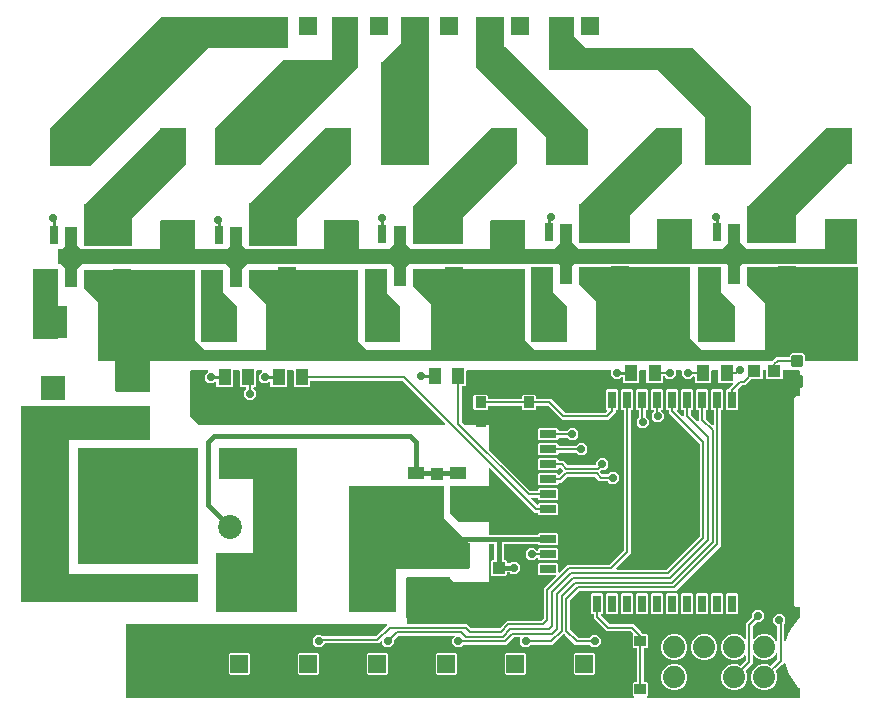
<source format=gbr>
G04 EAGLE Gerber RS-274X export*
G75*
%MOMM*%
%FSLAX34Y34*%
%LPD*%
%INTop Copper*%
%IPPOS*%
%AMOC8*
5,1,8,0,0,1.08239X$1,22.5*%
G01*
%ADD10R,0.700000X1.500000*%
%ADD11R,1.000000X5.200000*%
%ADD12R,2.200000X3.100000*%
%ADD13R,1.550000X2.350000*%
%ADD14R,1.800000X2.700000*%
%ADD15R,2.700000X2.550000*%
%ADD16R,1.524000X1.524000*%
%ADD17R,1.100000X1.400000*%
%ADD18R,2.025000X2.025000*%
%ADD19C,2.025000*%
%ADD20R,1.400000X3.000000*%
%ADD21R,2.350000X1.550000*%
%ADD22R,3.000000X1.400000*%
%ADD23R,1.400000X1.100000*%
%ADD24R,1.000000X1.100000*%
%ADD25R,2.794000X2.286000*%
%ADD26C,0.300000*%
%ADD27R,1.100000X1.000000*%
%ADD28R,1.000000X0.900000*%
%ADD29R,0.900000X1.000000*%
%ADD30C,1.879600*%
%ADD31R,2.032000X2.032000*%
%ADD32C,2.032000*%
%ADD33R,0.711200X1.422400*%
%ADD34R,1.422400X0.711200*%
%ADD35C,1.275000*%
%ADD36C,0.200000*%
%ADD37C,0.756400*%
%ADD38C,0.706400*%
%ADD39C,0.254000*%
%ADD40C,0.508000*%
%ADD41C,0.406400*%

G36*
X525034Y2774D02*
X525034Y2774D01*
X525106Y2776D01*
X525155Y2794D01*
X525206Y2802D01*
X525269Y2836D01*
X525337Y2861D01*
X525377Y2893D01*
X525423Y2918D01*
X525473Y2970D01*
X525529Y3014D01*
X525557Y3058D01*
X525593Y3096D01*
X525623Y3161D01*
X525662Y3221D01*
X525674Y3272D01*
X525696Y3319D01*
X525704Y3390D01*
X525722Y3460D01*
X525718Y3512D01*
X525723Y3563D01*
X525708Y3634D01*
X525703Y3705D01*
X525682Y3753D01*
X525671Y3804D01*
X525634Y3865D01*
X525606Y3931D01*
X525561Y3987D01*
X525545Y4015D01*
X525527Y4030D01*
X525501Y4062D01*
X524715Y4848D01*
X524715Y15112D01*
X525608Y16005D01*
X527478Y16005D01*
X527498Y16008D01*
X527517Y16006D01*
X527619Y16028D01*
X527721Y16044D01*
X527738Y16054D01*
X527758Y16058D01*
X527847Y16111D01*
X527938Y16160D01*
X527952Y16174D01*
X527969Y16184D01*
X528036Y16263D01*
X528108Y16338D01*
X528116Y16356D01*
X528129Y16371D01*
X528168Y16467D01*
X528211Y16561D01*
X528213Y16581D01*
X528221Y16599D01*
X528239Y16766D01*
X528239Y44194D01*
X528236Y44214D01*
X528238Y44233D01*
X528216Y44335D01*
X528200Y44437D01*
X528190Y44454D01*
X528186Y44474D01*
X528133Y44563D01*
X528084Y44654D01*
X528070Y44668D01*
X528060Y44685D01*
X527981Y44752D01*
X527906Y44824D01*
X527888Y44832D01*
X527873Y44845D01*
X527777Y44884D01*
X527683Y44927D01*
X527663Y44929D01*
X527645Y44937D01*
X527478Y44955D01*
X525608Y44955D01*
X524715Y45848D01*
X524715Y56112D01*
X525012Y56408D01*
X525023Y56424D01*
X525039Y56437D01*
X525095Y56524D01*
X525155Y56608D01*
X525161Y56627D01*
X525172Y56644D01*
X525197Y56744D01*
X525228Y56843D01*
X525227Y56863D01*
X525232Y56882D01*
X525224Y56985D01*
X525221Y57089D01*
X525214Y57108D01*
X525213Y57127D01*
X525172Y57222D01*
X525137Y57320D01*
X525124Y57335D01*
X525117Y57354D01*
X525012Y57485D01*
X523490Y59006D01*
X523416Y59059D01*
X523347Y59119D01*
X523317Y59131D01*
X523290Y59150D01*
X523203Y59177D01*
X523118Y59211D01*
X523078Y59215D01*
X523055Y59222D01*
X523023Y59221D01*
X522952Y59229D01*
X502947Y59229D01*
X491703Y70474D01*
X491703Y73312D01*
X491700Y73331D01*
X491702Y73351D01*
X491680Y73452D01*
X491663Y73554D01*
X491654Y73572D01*
X491649Y73591D01*
X491596Y73680D01*
X491548Y73772D01*
X491534Y73785D01*
X491523Y73802D01*
X491445Y73870D01*
X491370Y73941D01*
X491352Y73949D01*
X491336Y73962D01*
X491240Y74001D01*
X491147Y74045D01*
X491127Y74047D01*
X491108Y74054D01*
X490942Y74073D01*
X490516Y74073D01*
X489623Y74966D01*
X489623Y90453D01*
X490516Y91346D01*
X498891Y91346D01*
X499784Y90453D01*
X499784Y74966D01*
X498891Y74073D01*
X498465Y74073D01*
X498446Y74070D01*
X498426Y74072D01*
X498325Y74050D01*
X498223Y74033D01*
X498205Y74024D01*
X498186Y74020D01*
X498097Y73966D01*
X498005Y73918D01*
X497992Y73904D01*
X497975Y73893D01*
X497907Y73815D01*
X497836Y73740D01*
X497828Y73722D01*
X497815Y73706D01*
X497776Y73610D01*
X497732Y73517D01*
X497730Y73497D01*
X497723Y73478D01*
X497708Y73341D01*
X497707Y73339D01*
X497707Y73337D01*
X497704Y73312D01*
X497704Y73275D01*
X497719Y73185D01*
X497726Y73094D01*
X497739Y73064D01*
X497744Y73032D01*
X497787Y72951D01*
X497822Y72867D01*
X497848Y72835D01*
X497859Y72815D01*
X497882Y72792D01*
X497927Y72736D01*
X505210Y65454D01*
X505284Y65401D01*
X505353Y65341D01*
X505384Y65329D01*
X505410Y65310D01*
X505497Y65283D01*
X505582Y65249D01*
X505622Y65245D01*
X505645Y65238D01*
X505677Y65239D01*
X505748Y65231D01*
X525753Y65231D01*
X532260Y58724D01*
X533756Y57228D01*
X533830Y57175D01*
X533899Y57115D01*
X533929Y57103D01*
X533956Y57084D01*
X534043Y57057D01*
X534128Y57023D01*
X534168Y57019D01*
X534191Y57012D01*
X534223Y57013D01*
X534294Y57005D01*
X536872Y57005D01*
X537765Y56112D01*
X537765Y45848D01*
X536872Y44955D01*
X535002Y44955D01*
X534982Y44952D01*
X534963Y44954D01*
X534861Y44932D01*
X534759Y44916D01*
X534742Y44906D01*
X534722Y44902D01*
X534633Y44849D01*
X534542Y44800D01*
X534528Y44786D01*
X534511Y44776D01*
X534444Y44697D01*
X534372Y44622D01*
X534364Y44604D01*
X534351Y44589D01*
X534312Y44493D01*
X534269Y44399D01*
X534267Y44379D01*
X534259Y44361D01*
X534241Y44194D01*
X534241Y16766D01*
X534244Y16746D01*
X534242Y16727D01*
X534264Y16625D01*
X534280Y16523D01*
X534290Y16506D01*
X534294Y16486D01*
X534347Y16397D01*
X534396Y16306D01*
X534410Y16292D01*
X534420Y16275D01*
X534499Y16208D01*
X534574Y16136D01*
X534592Y16128D01*
X534607Y16115D01*
X534703Y16076D01*
X534797Y16033D01*
X534817Y16031D01*
X534835Y16023D01*
X535002Y16005D01*
X536872Y16005D01*
X537765Y15112D01*
X537765Y4848D01*
X536979Y4062D01*
X536937Y4004D01*
X536887Y3952D01*
X536865Y3905D01*
X536835Y3863D01*
X536814Y3794D01*
X536784Y3729D01*
X536778Y3677D01*
X536763Y3627D01*
X536765Y3556D01*
X536757Y3485D01*
X536768Y3434D01*
X536769Y3382D01*
X536794Y3314D01*
X536809Y3244D01*
X536836Y3199D01*
X536853Y3151D01*
X536898Y3095D01*
X536935Y3033D01*
X536975Y2999D01*
X537007Y2959D01*
X537067Y2920D01*
X537122Y2873D01*
X537170Y2854D01*
X537214Y2826D01*
X537284Y2808D01*
X537350Y2781D01*
X537421Y2773D01*
X537453Y2765D01*
X537476Y2767D01*
X537517Y2763D01*
X665480Y2763D01*
X665500Y2766D01*
X665519Y2764D01*
X665621Y2786D01*
X665723Y2802D01*
X665740Y2812D01*
X665760Y2816D01*
X665849Y2869D01*
X665940Y2918D01*
X665954Y2932D01*
X665971Y2942D01*
X666038Y3021D01*
X666110Y3096D01*
X666118Y3114D01*
X666131Y3129D01*
X666170Y3225D01*
X666213Y3319D01*
X666215Y3339D01*
X666223Y3357D01*
X666241Y3524D01*
X666241Y10558D01*
X666240Y10568D01*
X666241Y10579D01*
X666220Y10690D01*
X666202Y10801D01*
X666197Y10810D01*
X666195Y10820D01*
X666139Y10919D01*
X666086Y11018D01*
X666079Y11025D01*
X666073Y11035D01*
X665955Y11153D01*
X663635Y13003D01*
X656812Y23010D01*
X653976Y32203D01*
X653940Y32276D01*
X653912Y32352D01*
X653886Y32385D01*
X653867Y32423D01*
X653809Y32481D01*
X653758Y32544D01*
X653723Y32567D01*
X653693Y32597D01*
X653620Y32633D01*
X653552Y32677D01*
X653510Y32687D01*
X653472Y32706D01*
X653392Y32717D01*
X653313Y32737D01*
X653271Y32734D01*
X653229Y32740D01*
X653149Y32724D01*
X653068Y32718D01*
X653029Y32701D01*
X652987Y32693D01*
X652916Y32653D01*
X652841Y32622D01*
X652798Y32587D01*
X652773Y32573D01*
X652754Y32551D01*
X652710Y32517D01*
X651260Y31066D01*
X646233Y26039D01*
X646165Y25944D01*
X646095Y25850D01*
X646093Y25844D01*
X646089Y25839D01*
X646055Y25728D01*
X646018Y25616D01*
X646018Y25610D01*
X646017Y25604D01*
X646020Y25487D01*
X646021Y25370D01*
X646023Y25363D01*
X646023Y25358D01*
X646029Y25341D01*
X646067Y25209D01*
X647193Y22493D01*
X647193Y18147D01*
X645530Y14133D01*
X642457Y11060D01*
X638443Y9397D01*
X634097Y9397D01*
X630083Y11060D01*
X627010Y14133D01*
X625347Y18147D01*
X625347Y22493D01*
X627010Y26507D01*
X630083Y29580D01*
X634097Y31243D01*
X638443Y31243D01*
X641159Y30117D01*
X641273Y30091D01*
X641386Y30062D01*
X641393Y30063D01*
X641399Y30061D01*
X641515Y30072D01*
X641632Y30081D01*
X641637Y30084D01*
X641644Y30084D01*
X641751Y30132D01*
X641858Y30178D01*
X641864Y30182D01*
X641868Y30184D01*
X641882Y30197D01*
X641989Y30283D01*
X647016Y35310D01*
X647069Y35384D01*
X647129Y35453D01*
X647141Y35483D01*
X647160Y35510D01*
X647187Y35597D01*
X647221Y35682D01*
X647225Y35722D01*
X647232Y35745D01*
X647231Y35777D01*
X647239Y35848D01*
X647239Y39833D01*
X647224Y39929D01*
X647214Y40026D01*
X647204Y40050D01*
X647200Y40075D01*
X647154Y40161D01*
X647114Y40250D01*
X647097Y40270D01*
X647084Y40293D01*
X647014Y40360D01*
X646948Y40432D01*
X646925Y40444D01*
X646906Y40462D01*
X646818Y40503D01*
X646732Y40550D01*
X646707Y40555D01*
X646683Y40566D01*
X646586Y40577D01*
X646490Y40594D01*
X646464Y40590D01*
X646439Y40593D01*
X646344Y40572D01*
X646247Y40558D01*
X646224Y40546D01*
X646198Y40541D01*
X646115Y40491D01*
X646028Y40447D01*
X646009Y40428D01*
X645987Y40414D01*
X645924Y40340D01*
X645856Y40271D01*
X645840Y40242D01*
X645827Y40228D01*
X645815Y40197D01*
X645775Y40124D01*
X645530Y39533D01*
X642457Y36460D01*
X638443Y34797D01*
X634097Y34797D01*
X630083Y36460D01*
X627870Y38673D01*
X627812Y38715D01*
X627760Y38764D01*
X627713Y38786D01*
X627671Y38816D01*
X627602Y38837D01*
X627537Y38868D01*
X627485Y38873D01*
X627435Y38889D01*
X627364Y38887D01*
X627293Y38895D01*
X627242Y38884D01*
X627190Y38882D01*
X627122Y38858D01*
X627052Y38842D01*
X627007Y38816D01*
X626959Y38798D01*
X626903Y38753D01*
X626841Y38716D01*
X626807Y38677D01*
X626767Y38644D01*
X626728Y38584D01*
X626681Y38529D01*
X626662Y38481D01*
X626634Y38437D01*
X626616Y38368D01*
X626589Y38301D01*
X626581Y38230D01*
X626573Y38199D01*
X626575Y38175D01*
X626571Y38134D01*
X626571Y31777D01*
X620833Y26039D01*
X620765Y25945D01*
X620695Y25850D01*
X620693Y25844D01*
X620689Y25839D01*
X620655Y25728D01*
X620618Y25616D01*
X620618Y25610D01*
X620617Y25604D01*
X620620Y25487D01*
X620621Y25370D01*
X620623Y25363D01*
X620623Y25358D01*
X620629Y25341D01*
X620667Y25209D01*
X621793Y22493D01*
X621793Y18147D01*
X620130Y14133D01*
X617057Y11060D01*
X613043Y9397D01*
X608697Y9397D01*
X604683Y11060D01*
X601610Y14133D01*
X599947Y18147D01*
X599947Y22493D01*
X601610Y26507D01*
X604683Y29580D01*
X608697Y31243D01*
X613043Y31243D01*
X615759Y30117D01*
X615873Y30091D01*
X615986Y30062D01*
X615993Y30063D01*
X615999Y30061D01*
X616115Y30072D01*
X616232Y30081D01*
X616237Y30084D01*
X616244Y30084D01*
X616351Y30132D01*
X616458Y30178D01*
X616464Y30182D01*
X616468Y30184D01*
X616482Y30197D01*
X616589Y30283D01*
X620346Y34040D01*
X620399Y34114D01*
X620459Y34183D01*
X620471Y34214D01*
X620490Y34240D01*
X620517Y34327D01*
X620551Y34412D01*
X620555Y34452D01*
X620562Y34475D01*
X620561Y34507D01*
X620569Y34578D01*
X620569Y38134D01*
X620558Y38205D01*
X620556Y38277D01*
X620538Y38326D01*
X620530Y38377D01*
X620496Y38440D01*
X620471Y38508D01*
X620439Y38548D01*
X620414Y38595D01*
X620362Y38644D01*
X620318Y38700D01*
X620274Y38728D01*
X620236Y38764D01*
X620171Y38794D01*
X620111Y38833D01*
X620060Y38846D01*
X620013Y38868D01*
X619942Y38875D01*
X619872Y38893D01*
X619820Y38889D01*
X619769Y38895D01*
X619698Y38879D01*
X619627Y38874D01*
X619579Y38853D01*
X619528Y38842D01*
X619467Y38806D01*
X619401Y38777D01*
X619345Y38733D01*
X619317Y38716D01*
X619302Y38698D01*
X619270Y38673D01*
X617057Y36460D01*
X613043Y34797D01*
X608697Y34797D01*
X604683Y36460D01*
X601610Y39533D01*
X599947Y43547D01*
X599947Y47893D01*
X601610Y51907D01*
X604683Y54980D01*
X608697Y56643D01*
X613043Y56643D01*
X617057Y54980D01*
X619270Y52767D01*
X619328Y52725D01*
X619380Y52676D01*
X619427Y52654D01*
X619469Y52624D01*
X619538Y52603D01*
X619603Y52572D01*
X619655Y52567D01*
X619705Y52551D01*
X619776Y52553D01*
X619847Y52545D01*
X619898Y52556D01*
X619950Y52558D01*
X620018Y52582D01*
X620088Y52598D01*
X620133Y52624D01*
X620181Y52642D01*
X620237Y52687D01*
X620299Y52724D01*
X620333Y52763D01*
X620373Y52796D01*
X620412Y52856D01*
X620459Y52911D01*
X620478Y52959D01*
X620506Y53003D01*
X620524Y53072D01*
X620551Y53139D01*
X620559Y53210D01*
X620567Y53241D01*
X620565Y53265D01*
X620569Y53306D01*
X620569Y66013D01*
X625910Y71354D01*
X625963Y71428D01*
X626023Y71497D01*
X626035Y71528D01*
X626054Y71554D01*
X626081Y71641D01*
X626115Y71726D01*
X626119Y71766D01*
X626126Y71789D01*
X626125Y71821D01*
X626133Y71892D01*
X626133Y74485D01*
X629095Y77447D01*
X633285Y77447D01*
X636247Y74485D01*
X636247Y70295D01*
X633285Y67333D01*
X630692Y67333D01*
X630602Y67319D01*
X630511Y67311D01*
X630481Y67299D01*
X630450Y67294D01*
X630369Y67251D01*
X630285Y67215D01*
X630253Y67189D01*
X630232Y67178D01*
X630210Y67155D01*
X630154Y67110D01*
X626794Y63750D01*
X626741Y63676D01*
X626681Y63607D01*
X626669Y63576D01*
X626650Y63550D01*
X626623Y63463D01*
X626589Y63378D01*
X626585Y63338D01*
X626578Y63315D01*
X626579Y63283D01*
X626571Y63212D01*
X626571Y53306D01*
X626582Y53235D01*
X626584Y53163D01*
X626602Y53114D01*
X626610Y53063D01*
X626644Y53000D01*
X626669Y52932D01*
X626701Y52892D01*
X626726Y52845D01*
X626778Y52796D01*
X626822Y52740D01*
X626866Y52712D01*
X626904Y52676D01*
X626969Y52646D01*
X627029Y52607D01*
X627080Y52594D01*
X627127Y52572D01*
X627198Y52565D01*
X627268Y52547D01*
X627320Y52551D01*
X627371Y52545D01*
X627442Y52561D01*
X627513Y52566D01*
X627561Y52587D01*
X627612Y52598D01*
X627673Y52634D01*
X627739Y52663D01*
X627795Y52707D01*
X627823Y52724D01*
X627838Y52742D01*
X627870Y52767D01*
X630083Y54980D01*
X634097Y56643D01*
X638443Y56643D01*
X642457Y54980D01*
X645530Y51907D01*
X645775Y51316D01*
X645826Y51233D01*
X645872Y51147D01*
X645891Y51129D01*
X645904Y51107D01*
X645979Y51045D01*
X646050Y50978D01*
X646074Y50967D01*
X646094Y50950D01*
X646185Y50915D01*
X646273Y50874D01*
X646299Y50871D01*
X646323Y50862D01*
X646421Y50858D01*
X646517Y50847D01*
X646543Y50853D01*
X646569Y50852D01*
X646663Y50879D01*
X646758Y50899D01*
X646780Y50913D01*
X646805Y50920D01*
X646885Y50976D01*
X646969Y51026D01*
X646986Y51045D01*
X647007Y51060D01*
X647065Y51138D01*
X647129Y51212D01*
X647139Y51237D01*
X647154Y51258D01*
X647184Y51350D01*
X647221Y51441D01*
X647224Y51473D01*
X647230Y51492D01*
X647230Y51525D01*
X647239Y51607D01*
X647239Y62844D01*
X647225Y62934D01*
X647217Y63025D01*
X647205Y63055D01*
X647200Y63087D01*
X647157Y63168D01*
X647121Y63251D01*
X647095Y63284D01*
X647084Y63304D01*
X647061Y63326D01*
X647016Y63382D01*
X643913Y66485D01*
X643913Y70675D01*
X646875Y73637D01*
X651065Y73637D01*
X654027Y70675D01*
X654027Y66485D01*
X653464Y65922D01*
X653411Y65848D01*
X653351Y65779D01*
X653339Y65749D01*
X653320Y65723D01*
X653293Y65636D01*
X653259Y65551D01*
X653255Y65510D01*
X653248Y65488D01*
X653249Y65455D01*
X653241Y65384D01*
X653241Y51743D01*
X653242Y51734D01*
X653241Y51724D01*
X653262Y51613D01*
X653280Y51501D01*
X653285Y51492D01*
X653287Y51482D01*
X653343Y51383D01*
X653396Y51283D01*
X653403Y51276D01*
X653407Y51268D01*
X653492Y51192D01*
X653574Y51114D01*
X653583Y51110D01*
X653590Y51103D01*
X653694Y51058D01*
X653797Y51010D01*
X653807Y51009D01*
X653816Y51005D01*
X653929Y50996D01*
X654041Y50983D01*
X654051Y50985D01*
X654061Y50984D01*
X654171Y51011D01*
X654282Y51035D01*
X654290Y51040D01*
X654300Y51043D01*
X654396Y51103D01*
X654493Y51161D01*
X654499Y51169D01*
X654508Y51174D01*
X654579Y51262D01*
X654653Y51348D01*
X654656Y51357D01*
X654663Y51365D01*
X654729Y51519D01*
X656812Y58270D01*
X657602Y59428D01*
X658640Y60951D01*
X659678Y62473D01*
X659678Y62474D01*
X660197Y63235D01*
X661235Y64757D01*
X662273Y66280D01*
X663635Y68277D01*
X665955Y70127D01*
X665962Y70135D01*
X665971Y70140D01*
X666044Y70226D01*
X666120Y70309D01*
X666124Y70319D01*
X666131Y70327D01*
X666173Y70433D01*
X666218Y70535D01*
X666219Y70546D01*
X666223Y70556D01*
X666241Y70722D01*
X666241Y79026D01*
X666238Y79046D01*
X666240Y79065D01*
X666218Y79167D01*
X666202Y79269D01*
X666192Y79286D01*
X666188Y79306D01*
X666135Y79395D01*
X666086Y79486D01*
X666072Y79500D01*
X666062Y79517D01*
X665983Y79584D01*
X665908Y79656D01*
X665890Y79664D01*
X665875Y79677D01*
X665779Y79716D01*
X665685Y79759D01*
X665665Y79761D01*
X665647Y79769D01*
X665480Y79787D01*
X663066Y79787D01*
X661447Y81406D01*
X661447Y256414D01*
X663066Y258033D01*
X665480Y258033D01*
X665500Y258036D01*
X665519Y258034D01*
X665621Y258056D01*
X665723Y258072D01*
X665740Y258082D01*
X665760Y258086D01*
X665849Y258139D01*
X665940Y258188D01*
X665954Y258202D01*
X665971Y258212D01*
X666038Y258291D01*
X666110Y258366D01*
X666118Y258384D01*
X666131Y258399D01*
X666170Y258495D01*
X666213Y258589D01*
X666215Y258609D01*
X666223Y258627D01*
X666241Y258794D01*
X666241Y279400D01*
X666238Y279420D01*
X666240Y279439D01*
X666218Y279541D01*
X666202Y279643D01*
X666192Y279660D01*
X666188Y279680D01*
X666135Y279769D01*
X666086Y279860D01*
X666072Y279874D01*
X666062Y279891D01*
X665983Y279958D01*
X665908Y280030D01*
X665890Y280038D01*
X665875Y280051D01*
X665779Y280090D01*
X665685Y280133D01*
X665665Y280135D01*
X665647Y280143D01*
X665480Y280161D01*
X652556Y280161D01*
X652536Y280158D01*
X652517Y280160D01*
X652415Y280138D01*
X652313Y280122D01*
X652296Y280112D01*
X652276Y280108D01*
X652187Y280055D01*
X652096Y280006D01*
X652082Y279992D01*
X652065Y279982D01*
X651998Y279903D01*
X651926Y279828D01*
X651918Y279810D01*
X651905Y279795D01*
X651866Y279699D01*
X651823Y279605D01*
X651821Y279585D01*
X651813Y279567D01*
X651795Y279400D01*
X651795Y273768D01*
X650902Y272875D01*
X638638Y272875D01*
X637745Y273768D01*
X637745Y279400D01*
X637742Y279420D01*
X637744Y279439D01*
X637722Y279541D01*
X637706Y279643D01*
X637696Y279660D01*
X637692Y279680D01*
X637639Y279769D01*
X637590Y279860D01*
X637576Y279874D01*
X637566Y279891D01*
X637487Y279958D01*
X637412Y280030D01*
X637394Y280038D01*
X637379Y280051D01*
X637283Y280090D01*
X637189Y280133D01*
X637169Y280135D01*
X637151Y280143D01*
X636984Y280161D01*
X635556Y280161D01*
X635536Y280158D01*
X635517Y280160D01*
X635415Y280138D01*
X635313Y280122D01*
X635296Y280112D01*
X635276Y280108D01*
X635187Y280055D01*
X635096Y280006D01*
X635082Y279992D01*
X635065Y279982D01*
X634998Y279903D01*
X634926Y279828D01*
X634918Y279810D01*
X634905Y279795D01*
X634866Y279699D01*
X634823Y279605D01*
X634821Y279585D01*
X634813Y279567D01*
X634795Y279400D01*
X634795Y273768D01*
X633902Y272875D01*
X625804Y272875D01*
X625714Y272861D01*
X625623Y272853D01*
X625593Y272841D01*
X625561Y272836D01*
X625481Y272793D01*
X625397Y272757D01*
X625365Y272731D01*
X625344Y272720D01*
X625322Y272697D01*
X625266Y272652D01*
X622104Y269490D01*
X620123Y267509D01*
X617508Y267509D01*
X617418Y267495D01*
X617327Y267487D01*
X617297Y267475D01*
X617266Y267470D01*
X617185Y267427D01*
X617101Y267391D01*
X617069Y267365D01*
X617048Y267354D01*
X617026Y267331D01*
X616970Y267286D01*
X614052Y264368D01*
X614040Y264352D01*
X614024Y264339D01*
X613968Y264252D01*
X613908Y264168D01*
X613902Y264149D01*
X613891Y264132D01*
X613866Y264032D01*
X613836Y263933D01*
X613836Y263913D01*
X613831Y263894D01*
X613839Y263791D01*
X613842Y263687D01*
X613849Y263668D01*
X613850Y263649D01*
X613891Y263554D01*
X613926Y263456D01*
X613939Y263441D01*
X613947Y263422D01*
X614052Y263291D01*
X614213Y263130D01*
X614213Y247642D01*
X613320Y246749D01*
X604945Y246749D01*
X604052Y247642D01*
X604052Y263130D01*
X604945Y264023D01*
X605371Y264023D01*
X605390Y264026D01*
X605410Y264024D01*
X605511Y264046D01*
X605613Y264062D01*
X605631Y264072D01*
X605650Y264076D01*
X605739Y264129D01*
X605831Y264178D01*
X605844Y264192D01*
X605862Y264202D01*
X605929Y264281D01*
X606000Y264356D01*
X606009Y264374D01*
X606021Y264389D01*
X606060Y264485D01*
X606104Y264579D01*
X606106Y264599D01*
X606113Y264617D01*
X606132Y264784D01*
X606132Y264936D01*
X609502Y268306D01*
X609544Y268364D01*
X609593Y268416D01*
X609615Y268463D01*
X609646Y268505D01*
X609667Y268574D01*
X609697Y268639D01*
X609703Y268691D01*
X609718Y268741D01*
X609716Y268812D01*
X609724Y268883D01*
X609713Y268934D01*
X609712Y268986D01*
X609687Y269054D01*
X609672Y269124D01*
X609645Y269169D01*
X609627Y269217D01*
X609582Y269273D01*
X609546Y269335D01*
X609506Y269369D01*
X609473Y269409D01*
X609413Y269448D01*
X609359Y269495D01*
X609310Y269514D01*
X609267Y269542D01*
X609197Y269560D01*
X609131Y269587D01*
X609059Y269595D01*
X609028Y269603D01*
X609005Y269601D01*
X608964Y269605D01*
X598228Y269605D01*
X597335Y270498D01*
X597335Y279400D01*
X597332Y279420D01*
X597334Y279439D01*
X597312Y279541D01*
X597296Y279643D01*
X597286Y279660D01*
X597282Y279680D01*
X597229Y279769D01*
X597180Y279860D01*
X597166Y279874D01*
X597156Y279891D01*
X597077Y279958D01*
X597002Y280030D01*
X596984Y280038D01*
X596969Y280051D01*
X596873Y280090D01*
X596779Y280133D01*
X596759Y280135D01*
X596741Y280143D01*
X596574Y280161D01*
X592146Y280161D01*
X592126Y280158D01*
X592107Y280160D01*
X592005Y280138D01*
X591903Y280122D01*
X591886Y280112D01*
X591866Y280108D01*
X591777Y280055D01*
X591686Y280006D01*
X591672Y279992D01*
X591655Y279982D01*
X591588Y279903D01*
X591516Y279828D01*
X591508Y279810D01*
X591495Y279795D01*
X591456Y279699D01*
X591413Y279605D01*
X591411Y279585D01*
X591403Y279567D01*
X591385Y279400D01*
X591385Y270498D01*
X590492Y269605D01*
X578228Y269605D01*
X577335Y270498D01*
X577335Y274368D01*
X577332Y274388D01*
X577334Y274407D01*
X577312Y274509D01*
X577296Y274611D01*
X577286Y274628D01*
X577282Y274648D01*
X577229Y274737D01*
X577180Y274828D01*
X577166Y274842D01*
X577156Y274859D01*
X577077Y274926D01*
X577002Y274998D01*
X576984Y275006D01*
X576969Y275019D01*
X576873Y275058D01*
X576779Y275101D01*
X576759Y275103D01*
X576741Y275111D01*
X576574Y275129D01*
X575966Y275129D01*
X575876Y275115D01*
X575785Y275107D01*
X575755Y275095D01*
X575723Y275090D01*
X575642Y275047D01*
X575559Y275011D01*
X575526Y274985D01*
X575506Y274974D01*
X575484Y274951D01*
X575428Y274906D01*
X573595Y273073D01*
X569405Y273073D01*
X566443Y276035D01*
X566443Y279400D01*
X566440Y279420D01*
X566442Y279439D01*
X566420Y279541D01*
X566404Y279643D01*
X566394Y279660D01*
X566390Y279680D01*
X566337Y279769D01*
X566288Y279860D01*
X566274Y279874D01*
X566264Y279891D01*
X566185Y279958D01*
X566110Y280030D01*
X566092Y280038D01*
X566077Y280051D01*
X565981Y280090D01*
X565887Y280133D01*
X565867Y280135D01*
X565849Y280143D01*
X565682Y280161D01*
X562078Y280161D01*
X562058Y280158D01*
X562039Y280160D01*
X561937Y280138D01*
X561835Y280122D01*
X561818Y280112D01*
X561798Y280108D01*
X561709Y280055D01*
X561618Y280006D01*
X561604Y279992D01*
X561587Y279982D01*
X561520Y279903D01*
X561448Y279828D01*
X561440Y279810D01*
X561427Y279795D01*
X561388Y279699D01*
X561345Y279605D01*
X561343Y279585D01*
X561335Y279567D01*
X561317Y279400D01*
X561317Y276035D01*
X558355Y273073D01*
X554165Y273073D01*
X552332Y274906D01*
X552258Y274959D01*
X552189Y275019D01*
X552159Y275031D01*
X552133Y275050D01*
X552046Y275077D01*
X551961Y275111D01*
X551920Y275115D01*
X551898Y275122D01*
X551865Y275121D01*
X551794Y275129D01*
X551186Y275129D01*
X551166Y275126D01*
X551147Y275128D01*
X551045Y275106D01*
X550943Y275090D01*
X550926Y275080D01*
X550906Y275076D01*
X550817Y275023D01*
X550726Y274974D01*
X550712Y274960D01*
X550695Y274950D01*
X550628Y274871D01*
X550556Y274796D01*
X550548Y274778D01*
X550535Y274763D01*
X550496Y274667D01*
X550453Y274573D01*
X550451Y274553D01*
X550443Y274535D01*
X550425Y274368D01*
X550425Y270498D01*
X549532Y269605D01*
X537268Y269605D01*
X536375Y270498D01*
X536375Y279400D01*
X536372Y279420D01*
X536374Y279439D01*
X536352Y279541D01*
X536336Y279643D01*
X536326Y279660D01*
X536322Y279680D01*
X536269Y279769D01*
X536220Y279860D01*
X536206Y279874D01*
X536196Y279891D01*
X536117Y279958D01*
X536042Y280030D01*
X536024Y280038D01*
X536009Y280051D01*
X535913Y280090D01*
X535819Y280133D01*
X535799Y280135D01*
X535781Y280143D01*
X535614Y280161D01*
X531186Y280161D01*
X531166Y280158D01*
X531147Y280160D01*
X531045Y280138D01*
X530943Y280122D01*
X530926Y280112D01*
X530906Y280108D01*
X530817Y280055D01*
X530726Y280006D01*
X530712Y279992D01*
X530695Y279982D01*
X530628Y279903D01*
X530556Y279828D01*
X530548Y279810D01*
X530535Y279795D01*
X530496Y279699D01*
X530453Y279605D01*
X530451Y279585D01*
X530443Y279567D01*
X530425Y279400D01*
X530425Y270498D01*
X529532Y269605D01*
X517268Y269605D01*
X516375Y270498D01*
X516375Y273706D01*
X516364Y273777D01*
X516362Y273849D01*
X516344Y273898D01*
X516336Y273949D01*
X516302Y274012D01*
X516277Y274080D01*
X516245Y274120D01*
X516220Y274166D01*
X516168Y274216D01*
X516124Y274272D01*
X516080Y274300D01*
X516042Y274336D01*
X515977Y274366D01*
X515917Y274405D01*
X515866Y274417D01*
X515819Y274439D01*
X515748Y274447D01*
X515678Y274465D01*
X515626Y274461D01*
X515575Y274466D01*
X515504Y274451D01*
X515433Y274446D01*
X515385Y274425D01*
X515334Y274414D01*
X515273Y274377D01*
X515207Y274349D01*
X515151Y274304D01*
X515123Y274288D01*
X515108Y274270D01*
X515076Y274244D01*
X513905Y273073D01*
X509715Y273073D01*
X506753Y276035D01*
X506753Y279400D01*
X506750Y279420D01*
X506752Y279439D01*
X506730Y279541D01*
X506714Y279643D01*
X506704Y279660D01*
X506700Y279680D01*
X506647Y279769D01*
X506598Y279860D01*
X506584Y279874D01*
X506574Y279891D01*
X506495Y279958D01*
X506420Y280030D01*
X506402Y280038D01*
X506387Y280051D01*
X506291Y280090D01*
X506197Y280133D01*
X506177Y280135D01*
X506159Y280143D01*
X505992Y280161D01*
X384816Y280161D01*
X384796Y280158D01*
X384777Y280160D01*
X384675Y280138D01*
X384573Y280122D01*
X384556Y280112D01*
X384536Y280108D01*
X384447Y280055D01*
X384356Y280006D01*
X384342Y279992D01*
X384325Y279982D01*
X384258Y279903D01*
X384186Y279828D01*
X384178Y279810D01*
X384165Y279795D01*
X384126Y279699D01*
X384083Y279605D01*
X384081Y279585D01*
X384073Y279567D01*
X384055Y279400D01*
X384055Y267958D01*
X383162Y267065D01*
X380792Y267065D01*
X380772Y267062D01*
X380753Y267064D01*
X380651Y267042D01*
X380549Y267026D01*
X380532Y267016D01*
X380512Y267012D01*
X380423Y266959D01*
X380332Y266910D01*
X380318Y266896D01*
X380301Y266886D01*
X380234Y266807D01*
X380162Y266732D01*
X380154Y266714D01*
X380141Y266699D01*
X380102Y266603D01*
X380059Y266509D01*
X380057Y266489D01*
X380049Y266471D01*
X380031Y266304D01*
X380031Y236668D01*
X380045Y236578D01*
X380053Y236487D01*
X380065Y236457D01*
X380070Y236426D01*
X380113Y236345D01*
X380149Y236261D01*
X380175Y236229D01*
X380186Y236208D01*
X380209Y236186D01*
X380254Y236130D01*
X381972Y234412D01*
X382046Y234359D01*
X382115Y234299D01*
X382146Y234287D01*
X382172Y234268D01*
X382259Y234241D01*
X382344Y234207D01*
X382384Y234203D01*
X382407Y234196D01*
X382439Y234197D01*
X382510Y234189D01*
X403099Y234189D01*
X403099Y213600D01*
X403100Y213592D01*
X403100Y213589D01*
X403103Y213576D01*
X403114Y213510D01*
X403121Y213419D01*
X403133Y213389D01*
X403139Y213357D01*
X403181Y213277D01*
X403217Y213193D01*
X403243Y213161D01*
X403254Y213140D01*
X403277Y213118D01*
X403322Y213062D01*
X437970Y178414D01*
X438044Y178361D01*
X438113Y178301D01*
X438144Y178289D01*
X438170Y178270D01*
X438257Y178243D01*
X438342Y178209D01*
X438382Y178205D01*
X438405Y178198D01*
X438437Y178199D01*
X438508Y178191D01*
X443913Y178191D01*
X443933Y178194D01*
X443953Y178192D01*
X444054Y178214D01*
X444156Y178230D01*
X444174Y178240D01*
X444193Y178244D01*
X444282Y178297D01*
X444373Y178346D01*
X444387Y178360D01*
X444404Y178370D01*
X444472Y178449D01*
X444543Y178524D01*
X444551Y178542D01*
X444564Y178557D01*
X444603Y178653D01*
X444646Y178747D01*
X444649Y178767D01*
X444656Y178785D01*
X444675Y178952D01*
X444675Y179378D01*
X445568Y180271D01*
X461055Y180271D01*
X461948Y179378D01*
X461948Y171002D01*
X461055Y170109D01*
X445568Y170109D01*
X444675Y171002D01*
X444675Y171428D01*
X444671Y171448D01*
X444673Y171467D01*
X444651Y171569D01*
X444635Y171671D01*
X444625Y171688D01*
X444621Y171708D01*
X444568Y171797D01*
X444520Y171888D01*
X444505Y171902D01*
X444495Y171919D01*
X444416Y171986D01*
X444341Y172058D01*
X444323Y172066D01*
X444308Y172079D01*
X444212Y172118D01*
X444118Y172161D01*
X444099Y172163D01*
X444080Y172171D01*
X443913Y172189D01*
X439682Y172189D01*
X439611Y172178D01*
X439540Y172176D01*
X439491Y172158D01*
X439439Y172150D01*
X439376Y172116D01*
X439309Y172091D01*
X439268Y172059D01*
X439222Y172034D01*
X439173Y171983D01*
X439117Y171938D01*
X439089Y171894D01*
X439053Y171856D01*
X439023Y171791D01*
X438984Y171731D01*
X438971Y171680D01*
X438949Y171633D01*
X438941Y171562D01*
X438924Y171492D01*
X438928Y171440D01*
X438922Y171389D01*
X438937Y171318D01*
X438943Y171247D01*
X438963Y171199D01*
X438974Y171148D01*
X439011Y171087D01*
X439039Y171021D01*
X439084Y170965D01*
X439100Y170937D01*
X439118Y170922D01*
X439144Y170890D01*
X443477Y166557D01*
X443493Y166545D01*
X443506Y166529D01*
X443593Y166473D01*
X443677Y166413D01*
X443696Y166407D01*
X443713Y166396D01*
X443813Y166371D01*
X443912Y166341D01*
X443932Y166341D01*
X443951Y166336D01*
X444054Y166344D01*
X444158Y166347D01*
X444177Y166354D01*
X444196Y166356D01*
X444291Y166396D01*
X444389Y166432D01*
X444404Y166444D01*
X444423Y166452D01*
X444554Y166557D01*
X445568Y167571D01*
X461055Y167571D01*
X461948Y166678D01*
X461948Y158302D01*
X461055Y157409D01*
X445568Y157409D01*
X444675Y158302D01*
X444675Y158728D01*
X444671Y158748D01*
X444673Y158767D01*
X444651Y158869D01*
X444635Y158971D01*
X444625Y158988D01*
X444621Y159008D01*
X444568Y159097D01*
X444520Y159188D01*
X444505Y159202D01*
X444495Y159219D01*
X444416Y159286D01*
X444341Y159358D01*
X444323Y159366D01*
X444308Y159379D01*
X444212Y159418D01*
X444118Y159461D01*
X444099Y159463D01*
X444080Y159471D01*
X443913Y159489D01*
X442057Y159489D01*
X404398Y197148D01*
X404340Y197190D01*
X404288Y197239D01*
X404241Y197261D01*
X404199Y197292D01*
X404130Y197313D01*
X404065Y197343D01*
X404013Y197349D01*
X403963Y197364D01*
X403892Y197362D01*
X403821Y197370D01*
X403770Y197359D01*
X403718Y197358D01*
X403650Y197333D01*
X403580Y197318D01*
X403536Y197291D01*
X403487Y197273D01*
X403431Y197228D01*
X403369Y197192D01*
X403335Y197152D01*
X403295Y197119D01*
X403256Y197059D01*
X403209Y197005D01*
X403190Y196956D01*
X403162Y196913D01*
X403144Y196843D01*
X403117Y196776D01*
X403109Y196705D01*
X403101Y196674D01*
X403103Y196651D01*
X403099Y196610D01*
X403099Y182371D01*
X370840Y182371D01*
X370820Y182368D01*
X370801Y182370D01*
X370699Y182348D01*
X370597Y182332D01*
X370580Y182322D01*
X370560Y182318D01*
X370471Y182265D01*
X370380Y182216D01*
X370366Y182202D01*
X370349Y182192D01*
X370282Y182113D01*
X370211Y182038D01*
X370202Y182020D01*
X370189Y182005D01*
X370150Y181909D01*
X370107Y181815D01*
X370105Y181795D01*
X370097Y181777D01*
X370079Y181610D01*
X370079Y160020D01*
X370094Y159930D01*
X370101Y159839D01*
X370113Y159809D01*
X370119Y159777D01*
X370138Y159741D01*
X370140Y159733D01*
X370161Y159696D01*
X370197Y159613D01*
X370223Y159581D01*
X370234Y159560D01*
X370255Y159540D01*
X370266Y159522D01*
X370279Y159510D01*
X370302Y159482D01*
X377922Y151862D01*
X377996Y151809D01*
X378065Y151749D01*
X378095Y151737D01*
X378121Y151718D01*
X378208Y151691D01*
X378293Y151657D01*
X378334Y151653D01*
X378357Y151646D01*
X378389Y151647D01*
X378460Y151639D01*
X403099Y151639D01*
X403099Y141884D01*
X403102Y141864D01*
X403100Y141845D01*
X403122Y141743D01*
X403139Y141641D01*
X403148Y141624D01*
X403152Y141604D01*
X403205Y141515D01*
X403254Y141424D01*
X403268Y141410D01*
X403278Y141393D01*
X403357Y141326D01*
X403432Y141254D01*
X403450Y141246D01*
X403465Y141233D01*
X403561Y141194D01*
X403655Y141151D01*
X403675Y141149D01*
X403693Y141141D01*
X403860Y141123D01*
X444204Y141123D01*
X444294Y141137D01*
X444385Y141145D01*
X444415Y141157D01*
X444447Y141162D01*
X444528Y141205D01*
X444612Y141241D01*
X444644Y141267D01*
X444664Y141278D01*
X444687Y141301D01*
X444743Y141346D01*
X445568Y142171D01*
X461055Y142171D01*
X461948Y141278D01*
X461948Y132902D01*
X461055Y132009D01*
X445568Y132009D01*
X444743Y132834D01*
X444669Y132887D01*
X444599Y132947D01*
X444569Y132959D01*
X444543Y132978D01*
X444456Y133005D01*
X444371Y133039D01*
X444330Y133043D01*
X444308Y133050D01*
X444276Y133049D01*
X444204Y133057D01*
X416274Y133057D01*
X416254Y133054D01*
X416235Y133056D01*
X416133Y133034D01*
X416031Y133018D01*
X416014Y133008D01*
X415994Y133004D01*
X415905Y132951D01*
X415814Y132902D01*
X415800Y132888D01*
X415783Y132878D01*
X415716Y132799D01*
X415644Y132724D01*
X415636Y132706D01*
X415623Y132691D01*
X415584Y132595D01*
X415541Y132501D01*
X415539Y132481D01*
X415531Y132463D01*
X415513Y132296D01*
X415513Y120426D01*
X415516Y120406D01*
X415514Y120387D01*
X415536Y120285D01*
X415552Y120183D01*
X415562Y120166D01*
X415566Y120146D01*
X415619Y120057D01*
X415668Y119966D01*
X415682Y119952D01*
X415692Y119935D01*
X415771Y119868D01*
X415846Y119796D01*
X415864Y119788D01*
X415879Y119775D01*
X415975Y119736D01*
X416069Y119693D01*
X416089Y119691D01*
X416107Y119683D01*
X416274Y119665D01*
X417112Y119665D01*
X418005Y118772D01*
X418005Y117824D01*
X418008Y117804D01*
X418006Y117785D01*
X418028Y117683D01*
X418044Y117581D01*
X418054Y117564D01*
X418058Y117544D01*
X418111Y117455D01*
X418160Y117364D01*
X418174Y117350D01*
X418184Y117333D01*
X418263Y117266D01*
X418338Y117194D01*
X418356Y117186D01*
X418371Y117173D01*
X418467Y117134D01*
X418561Y117091D01*
X418581Y117089D01*
X418599Y117081D01*
X418766Y117063D01*
X420746Y117063D01*
X420836Y117077D01*
X420927Y117085D01*
X420957Y117097D01*
X420989Y117102D01*
X421070Y117145D01*
X421153Y117181D01*
X421186Y117207D01*
X421206Y117218D01*
X421228Y117241D01*
X421284Y117286D01*
X422085Y118087D01*
X426275Y118087D01*
X429237Y115125D01*
X429237Y110935D01*
X426275Y107973D01*
X422085Y107973D01*
X421284Y108774D01*
X421210Y108827D01*
X421141Y108887D01*
X421111Y108899D01*
X421085Y108918D01*
X420998Y108945D01*
X420913Y108979D01*
X420872Y108983D01*
X420850Y108990D01*
X420817Y108989D01*
X420746Y108997D01*
X418766Y108997D01*
X418746Y108994D01*
X418727Y108996D01*
X418625Y108974D01*
X418523Y108958D01*
X418506Y108948D01*
X418486Y108944D01*
X418397Y108891D01*
X418306Y108842D01*
X418292Y108828D01*
X418275Y108818D01*
X418208Y108739D01*
X418136Y108664D01*
X418128Y108646D01*
X418115Y108631D01*
X418076Y108535D01*
X418033Y108441D01*
X418031Y108421D01*
X418023Y108403D01*
X418005Y108236D01*
X418005Y106508D01*
X417112Y105615D01*
X405848Y105615D01*
X404955Y106508D01*
X404955Y118772D01*
X405848Y119665D01*
X406686Y119665D01*
X406706Y119668D01*
X406725Y119666D01*
X406827Y119688D01*
X406929Y119704D01*
X406946Y119714D01*
X406966Y119718D01*
X407055Y119771D01*
X407146Y119820D01*
X407160Y119834D01*
X407177Y119844D01*
X407244Y119923D01*
X407316Y119998D01*
X407324Y120016D01*
X407337Y120031D01*
X407376Y120127D01*
X407419Y120221D01*
X407421Y120241D01*
X407429Y120259D01*
X407447Y120426D01*
X407447Y132296D01*
X407444Y132316D01*
X407446Y132335D01*
X407424Y132437D01*
X407408Y132539D01*
X407398Y132556D01*
X407394Y132576D01*
X407341Y132665D01*
X407292Y132756D01*
X407278Y132770D01*
X407268Y132787D01*
X407189Y132854D01*
X407114Y132926D01*
X407096Y132934D01*
X407081Y132947D01*
X406985Y132986D01*
X406891Y133029D01*
X406871Y133031D01*
X406853Y133039D01*
X406686Y133057D01*
X403860Y133057D01*
X403840Y133054D01*
X403821Y133056D01*
X403719Y133034D01*
X403617Y133018D01*
X403600Y133008D01*
X403580Y133004D01*
X403491Y132951D01*
X403400Y132902D01*
X403386Y132888D01*
X403369Y132878D01*
X403302Y132799D01*
X403231Y132724D01*
X403222Y132706D01*
X403209Y132691D01*
X403170Y132595D01*
X403127Y132501D01*
X403125Y132481D01*
X403117Y132463D01*
X403099Y132296D01*
X403099Y101091D01*
X373695Y101091D01*
X370108Y104678D01*
X370034Y104731D01*
X369965Y104791D01*
X369935Y104803D01*
X369909Y104822D01*
X369822Y104849D01*
X369737Y104883D01*
X369696Y104887D01*
X369673Y104894D01*
X369641Y104893D01*
X369570Y104901D01*
X334010Y104901D01*
X333990Y104898D01*
X333971Y104900D01*
X333869Y104878D01*
X333767Y104862D01*
X333750Y104852D01*
X333730Y104848D01*
X333641Y104795D01*
X333550Y104746D01*
X333536Y104732D01*
X333519Y104722D01*
X333452Y104643D01*
X333381Y104568D01*
X333372Y104550D01*
X333359Y104535D01*
X333320Y104439D01*
X333277Y104345D01*
X333275Y104325D01*
X333267Y104307D01*
X333249Y104140D01*
X333249Y71120D01*
X333252Y71100D01*
X333250Y71081D01*
X333272Y70979D01*
X333289Y70877D01*
X333298Y70860D01*
X333302Y70840D01*
X333355Y70751D01*
X333404Y70660D01*
X333418Y70646D01*
X333428Y70629D01*
X333507Y70562D01*
X333582Y70491D01*
X333600Y70482D01*
X333615Y70469D01*
X333630Y70463D01*
X333630Y65801D01*
X333641Y65751D01*
X333643Y65700D01*
X333661Y65668D01*
X333669Y65632D01*
X333702Y65593D01*
X333726Y65548D01*
X333756Y65527D01*
X333779Y65499D01*
X333826Y65478D01*
X333868Y65448D01*
X333910Y65440D01*
X333938Y65428D01*
X333968Y65429D01*
X334010Y65421D01*
X384593Y65421D01*
X388102Y61912D01*
X388166Y61872D01*
X388228Y61828D01*
X388240Y61826D01*
X388249Y61821D01*
X388286Y61817D01*
X388370Y61801D01*
X411846Y61801D01*
X411920Y61818D01*
X411995Y61831D01*
X412005Y61838D01*
X412015Y61840D01*
X412043Y61864D01*
X412115Y61912D01*
X413019Y62816D01*
X418353Y68151D01*
X447642Y68151D01*
X447732Y68165D01*
X447823Y68173D01*
X447853Y68185D01*
X447884Y68190D01*
X447965Y68233D01*
X448049Y68269D01*
X448081Y68295D01*
X448102Y68306D01*
X448124Y68329D01*
X448180Y68374D01*
X449406Y69600D01*
X449459Y69674D01*
X449519Y69743D01*
X449531Y69774D01*
X449550Y69800D01*
X449577Y69887D01*
X449611Y69972D01*
X449615Y70012D01*
X449622Y70035D01*
X449621Y70067D01*
X449629Y70138D01*
X449629Y95500D01*
X459665Y105536D01*
X459707Y105595D01*
X459756Y105647D01*
X459778Y105694D01*
X459809Y105736D01*
X459830Y105805D01*
X459860Y105870D01*
X459866Y105921D01*
X459881Y105971D01*
X459879Y106043D01*
X459887Y106114D01*
X459876Y106165D01*
X459875Y106217D01*
X459850Y106284D01*
X459835Y106354D01*
X459808Y106399D01*
X459790Y106448D01*
X459745Y106504D01*
X459709Y106566D01*
X459669Y106599D01*
X459637Y106640D01*
X459576Y106679D01*
X459522Y106725D01*
X459473Y106745D01*
X459430Y106773D01*
X459360Y106791D01*
X459294Y106817D01*
X459222Y106825D01*
X459191Y106833D01*
X459168Y106831D01*
X459127Y106836D01*
X445550Y106836D01*
X444657Y107729D01*
X444657Y116104D01*
X445550Y116997D01*
X461037Y116997D01*
X461930Y116104D01*
X461930Y109639D01*
X461942Y109568D01*
X461944Y109497D01*
X461962Y109448D01*
X461970Y109396D01*
X462003Y109333D01*
X462028Y109266D01*
X462061Y109225D01*
X462085Y109179D01*
X462137Y109130D01*
X462182Y109074D01*
X462226Y109046D01*
X462263Y109010D01*
X462328Y108979D01*
X462389Y108941D01*
X462439Y108928D01*
X462486Y108906D01*
X462558Y108898D01*
X462627Y108881D01*
X462679Y108885D01*
X462731Y108879D01*
X462801Y108894D01*
X462872Y108900D01*
X462920Y108920D01*
X462971Y108931D01*
X463033Y108968D01*
X463099Y108996D01*
X463155Y109041D01*
X463182Y109057D01*
X463198Y109075D01*
X463230Y109101D01*
X467669Y113540D01*
X469650Y115521D01*
X504662Y115521D01*
X504752Y115535D01*
X504843Y115543D01*
X504873Y115555D01*
X504904Y115560D01*
X504985Y115603D01*
X505069Y115639D01*
X505101Y115665D01*
X505122Y115676D01*
X505144Y115699D01*
X505200Y115744D01*
X517009Y127553D01*
X517062Y127627D01*
X517121Y127696D01*
X517134Y127726D01*
X517152Y127752D01*
X517179Y127839D01*
X517213Y127924D01*
X517218Y127965D01*
X517225Y127987D01*
X517224Y128020D01*
X517232Y128091D01*
X517232Y245988D01*
X517229Y246008D01*
X517231Y246027D01*
X517209Y246129D01*
X517192Y246231D01*
X517183Y246248D01*
X517179Y246268D01*
X517125Y246357D01*
X517077Y246448D01*
X517063Y246462D01*
X517052Y246479D01*
X516974Y246546D01*
X516899Y246617D01*
X516881Y246626D01*
X516866Y246639D01*
X516769Y246678D01*
X516676Y246721D01*
X516656Y246723D01*
X516637Y246731D01*
X516471Y246749D01*
X516045Y246749D01*
X515152Y247642D01*
X515152Y263130D01*
X516045Y264023D01*
X524420Y264023D01*
X525313Y263130D01*
X525313Y247642D01*
X524420Y246749D01*
X523995Y246749D01*
X523975Y246746D01*
X523955Y246748D01*
X523854Y246726D01*
X523752Y246709D01*
X523734Y246700D01*
X523715Y246696D01*
X523626Y246643D01*
X523534Y246594D01*
X523521Y246580D01*
X523504Y246570D01*
X523436Y246491D01*
X523365Y246416D01*
X523357Y246398D01*
X523344Y246383D01*
X523305Y246287D01*
X523261Y246193D01*
X523259Y246173D01*
X523252Y246155D01*
X523233Y245988D01*
X523233Y125290D01*
X510764Y112820D01*
X510722Y112762D01*
X510673Y112710D01*
X510651Y112663D01*
X510620Y112621D01*
X510599Y112552D01*
X510569Y112487D01*
X510563Y112435D01*
X510548Y112385D01*
X510550Y112314D01*
X510542Y112243D01*
X510553Y112192D01*
X510554Y112140D01*
X510579Y112072D01*
X510594Y112002D01*
X510621Y111957D01*
X510639Y111909D01*
X510684Y111853D01*
X510720Y111791D01*
X510760Y111757D01*
X510793Y111717D01*
X510853Y111678D01*
X510907Y111631D01*
X510956Y111612D01*
X510999Y111584D01*
X511069Y111566D01*
X511135Y111539D01*
X511207Y111531D01*
X511238Y111523D01*
X511261Y111525D01*
X511302Y111521D01*
X553541Y111521D01*
X553631Y111535D01*
X553722Y111543D01*
X553752Y111555D01*
X553784Y111560D01*
X553865Y111603D01*
X553948Y111639D01*
X553981Y111665D01*
X554001Y111676D01*
X554023Y111699D01*
X554079Y111744D01*
X581209Y138873D01*
X581262Y138947D01*
X581321Y139017D01*
X581334Y139047D01*
X581352Y139073D01*
X581379Y139160D01*
X581413Y139245D01*
X581418Y139286D01*
X581425Y139308D01*
X581424Y139340D01*
X581432Y139412D01*
X581432Y217919D01*
X581417Y218009D01*
X581410Y218100D01*
X581397Y218130D01*
X581392Y218162D01*
X581349Y218243D01*
X581314Y218326D01*
X581288Y218359D01*
X581277Y218379D01*
X581254Y218401D01*
X581209Y218457D01*
X555332Y244334D01*
X555332Y245988D01*
X555329Y246008D01*
X555331Y246027D01*
X555309Y246129D01*
X555292Y246231D01*
X555283Y246248D01*
X555279Y246268D01*
X555225Y246357D01*
X555177Y246448D01*
X555163Y246462D01*
X555152Y246479D01*
X555074Y246546D01*
X554999Y246617D01*
X554981Y246626D01*
X554966Y246639D01*
X554869Y246678D01*
X554776Y246721D01*
X554756Y246723D01*
X554737Y246731D01*
X554571Y246749D01*
X554145Y246749D01*
X553252Y247642D01*
X553252Y263130D01*
X554145Y264023D01*
X562520Y264023D01*
X563413Y263130D01*
X563413Y247642D01*
X562501Y246730D01*
X562489Y246713D01*
X562473Y246701D01*
X562417Y246614D01*
X562357Y246530D01*
X562351Y246511D01*
X562340Y246494D01*
X562315Y246394D01*
X562285Y246295D01*
X562285Y246275D01*
X562280Y246256D01*
X562288Y246153D01*
X562291Y246049D01*
X562298Y246030D01*
X562299Y246010D01*
X562340Y245916D01*
X562375Y245818D01*
X562388Y245802D01*
X562396Y245784D01*
X562501Y245653D01*
X566732Y241421D01*
X566791Y241379D01*
X566843Y241330D01*
X566890Y241308D01*
X566932Y241278D01*
X567001Y241257D01*
X567066Y241226D01*
X567117Y241221D01*
X567167Y241205D01*
X567239Y241207D01*
X567310Y241199D01*
X567361Y241210D01*
X567413Y241212D01*
X567480Y241236D01*
X567550Y241252D01*
X567595Y241278D01*
X567644Y241296D01*
X567700Y241341D01*
X567762Y241378D01*
X567795Y241417D01*
X567836Y241450D01*
X567875Y241510D01*
X567921Y241565D01*
X567941Y241613D01*
X567969Y241657D01*
X567987Y241726D01*
X568013Y241793D01*
X568021Y241864D01*
X568029Y241895D01*
X568027Y241919D01*
X568032Y241960D01*
X568032Y245988D01*
X568029Y246008D01*
X568031Y246027D01*
X568009Y246129D01*
X567992Y246231D01*
X567983Y246248D01*
X567979Y246268D01*
X567925Y246357D01*
X567877Y246448D01*
X567863Y246462D01*
X567852Y246479D01*
X567774Y246546D01*
X567699Y246617D01*
X567681Y246626D01*
X567666Y246639D01*
X567569Y246678D01*
X567476Y246721D01*
X567456Y246723D01*
X567437Y246731D01*
X567271Y246749D01*
X566845Y246749D01*
X565952Y247642D01*
X565952Y263130D01*
X566845Y264023D01*
X575220Y264023D01*
X576113Y263130D01*
X576113Y247642D01*
X575220Y246749D01*
X574795Y246749D01*
X574775Y246746D01*
X574755Y246748D01*
X574654Y246726D01*
X574552Y246709D01*
X574534Y246700D01*
X574515Y246696D01*
X574426Y246643D01*
X574334Y246594D01*
X574321Y246580D01*
X574304Y246570D01*
X574236Y246491D01*
X574165Y246416D01*
X574157Y246398D01*
X574144Y246383D01*
X574105Y246287D01*
X574061Y246193D01*
X574059Y246173D01*
X574052Y246155D01*
X574033Y245988D01*
X574033Y242749D01*
X574048Y242659D01*
X574055Y242568D01*
X574068Y242538D01*
X574073Y242506D01*
X574116Y242425D01*
X574152Y242341D01*
X574177Y242309D01*
X574188Y242289D01*
X574212Y242266D01*
X574256Y242210D01*
X579432Y237034D01*
X579491Y236993D01*
X579543Y236943D01*
X579590Y236921D01*
X579632Y236891D01*
X579701Y236870D01*
X579766Y236840D01*
X579817Y236834D01*
X579867Y236819D01*
X579939Y236820D01*
X580010Y236812D01*
X580061Y236824D01*
X580113Y236825D01*
X580180Y236850D01*
X580250Y236865D01*
X580295Y236891D01*
X580344Y236909D01*
X580400Y236954D01*
X580462Y236991D01*
X580495Y237030D01*
X580536Y237063D01*
X580575Y237123D01*
X580621Y237178D01*
X580641Y237226D01*
X580669Y237270D01*
X580687Y237339D01*
X580713Y237406D01*
X580721Y237477D01*
X580729Y237508D01*
X580727Y237532D01*
X580732Y237573D01*
X580732Y245988D01*
X580729Y246008D01*
X580731Y246027D01*
X580709Y246129D01*
X580692Y246231D01*
X580683Y246248D01*
X580679Y246268D01*
X580625Y246357D01*
X580577Y246448D01*
X580563Y246462D01*
X580552Y246479D01*
X580474Y246546D01*
X580399Y246617D01*
X580381Y246626D01*
X580366Y246639D01*
X580269Y246678D01*
X580176Y246721D01*
X580156Y246723D01*
X580137Y246731D01*
X579971Y246749D01*
X579545Y246749D01*
X578652Y247642D01*
X578652Y263130D01*
X579545Y264023D01*
X587920Y264023D01*
X588813Y263130D01*
X588813Y247642D01*
X587920Y246749D01*
X587495Y246749D01*
X587475Y246746D01*
X587455Y246748D01*
X587354Y246726D01*
X587252Y246709D01*
X587234Y246700D01*
X587215Y246696D01*
X587126Y246643D01*
X587034Y246594D01*
X587021Y246580D01*
X587004Y246570D01*
X586936Y246491D01*
X586865Y246416D01*
X586857Y246398D01*
X586844Y246383D01*
X586805Y246287D01*
X586761Y246193D01*
X586759Y246173D01*
X586752Y246155D01*
X586733Y245988D01*
X586733Y239516D01*
X586739Y239479D01*
X586739Y239472D01*
X586746Y239436D01*
X586748Y239426D01*
X586755Y239335D01*
X586768Y239305D01*
X586773Y239273D01*
X586788Y239245D01*
X586791Y239232D01*
X586819Y239184D01*
X586852Y239108D01*
X586877Y239076D01*
X586888Y239056D01*
X586906Y239038D01*
X586917Y239021D01*
X586932Y239008D01*
X586956Y238977D01*
X592132Y233801D01*
X592191Y233759D01*
X592243Y233710D01*
X592290Y233688D01*
X592332Y233658D01*
X592401Y233637D01*
X592466Y233606D01*
X592517Y233601D01*
X592567Y233585D01*
X592639Y233587D01*
X592710Y233579D01*
X592761Y233590D01*
X592813Y233592D01*
X592880Y233616D01*
X592950Y233632D01*
X592995Y233658D01*
X593044Y233676D01*
X593100Y233721D01*
X593162Y233758D01*
X593195Y233797D01*
X593236Y233830D01*
X593275Y233890D01*
X593321Y233945D01*
X593341Y233993D01*
X593369Y234037D01*
X593387Y234106D01*
X593413Y234173D01*
X593421Y234244D01*
X593429Y234275D01*
X593427Y234299D01*
X593432Y234340D01*
X593432Y245988D01*
X593429Y246008D01*
X593431Y246027D01*
X593409Y246129D01*
X593392Y246231D01*
X593383Y246248D01*
X593379Y246268D01*
X593325Y246357D01*
X593277Y246448D01*
X593263Y246462D01*
X593252Y246479D01*
X593174Y246546D01*
X593099Y246617D01*
X593081Y246626D01*
X593066Y246639D01*
X592969Y246678D01*
X592876Y246721D01*
X592856Y246723D01*
X592837Y246731D01*
X592671Y246749D01*
X592245Y246749D01*
X591352Y247642D01*
X591352Y263130D01*
X592245Y264023D01*
X600620Y264023D01*
X601513Y263130D01*
X601513Y247642D01*
X600620Y246749D01*
X600195Y246749D01*
X600175Y246746D01*
X600155Y246748D01*
X600054Y246726D01*
X599952Y246709D01*
X599934Y246700D01*
X599915Y246696D01*
X599826Y246643D01*
X599734Y246594D01*
X599721Y246580D01*
X599704Y246570D01*
X599636Y246491D01*
X599565Y246416D01*
X599557Y246398D01*
X599544Y246383D01*
X599505Y246287D01*
X599461Y246193D01*
X599459Y246173D01*
X599452Y246155D01*
X599433Y245988D01*
X599433Y131640D01*
X561313Y93519D01*
X480348Y93519D01*
X480258Y93505D01*
X480167Y93497D01*
X480137Y93485D01*
X480106Y93480D01*
X480025Y93437D01*
X479941Y93401D01*
X479909Y93375D01*
X479888Y93364D01*
X479866Y93341D01*
X479810Y93296D01*
X471854Y85340D01*
X471801Y85266D01*
X471741Y85197D01*
X471729Y85166D01*
X471710Y85140D01*
X471683Y85053D01*
X471649Y84968D01*
X471645Y84928D01*
X471638Y84905D01*
X471639Y84873D01*
X471631Y84802D01*
X471631Y61248D01*
X471645Y61158D01*
X471653Y61067D01*
X471665Y61037D01*
X471670Y61006D01*
X471713Y60925D01*
X471749Y60841D01*
X471775Y60809D01*
X471786Y60788D01*
X471809Y60766D01*
X471854Y60710D01*
X478540Y54024D01*
X478614Y53971D01*
X478683Y53911D01*
X478714Y53899D01*
X478740Y53880D01*
X478827Y53853D01*
X478912Y53819D01*
X478952Y53815D01*
X478975Y53808D01*
X479007Y53809D01*
X479078Y53801D01*
X488294Y53801D01*
X488384Y53815D01*
X488475Y53823D01*
X488505Y53835D01*
X488537Y53840D01*
X488618Y53883D01*
X488701Y53919D01*
X488734Y53945D01*
X488754Y53956D01*
X488776Y53979D01*
X488832Y54024D01*
X490665Y55857D01*
X494855Y55857D01*
X497817Y52895D01*
X497817Y48705D01*
X494855Y45743D01*
X490665Y45743D01*
X488832Y47576D01*
X488758Y47629D01*
X488689Y47689D01*
X488659Y47701D01*
X488633Y47720D01*
X488546Y47747D01*
X488461Y47781D01*
X488420Y47785D01*
X488398Y47792D01*
X488365Y47791D01*
X488294Y47799D01*
X476277Y47799D01*
X467610Y56466D01*
X467168Y56908D01*
X467152Y56920D01*
X467140Y56935D01*
X467053Y56991D01*
X466969Y57052D01*
X466950Y57057D01*
X466933Y57068D01*
X466832Y57094D01*
X466734Y57124D01*
X466714Y57123D01*
X466694Y57128D01*
X466591Y57120D01*
X466488Y57118D01*
X466469Y57111D01*
X466449Y57109D01*
X466354Y57069D01*
X466257Y57033D01*
X466241Y57021D01*
X466223Y57013D01*
X466092Y56908D01*
X456983Y47799D01*
X438806Y47799D01*
X438716Y47785D01*
X438625Y47777D01*
X438595Y47765D01*
X438563Y47760D01*
X438482Y47717D01*
X438399Y47681D01*
X438366Y47655D01*
X438346Y47644D01*
X438324Y47621D01*
X438268Y47576D01*
X436435Y45743D01*
X432245Y45743D01*
X429283Y48705D01*
X429283Y52911D01*
X429330Y52960D01*
X429352Y53007D01*
X429382Y53049D01*
X429403Y53118D01*
X429433Y53183D01*
X429439Y53235D01*
X429454Y53284D01*
X429452Y53356D01*
X429460Y53427D01*
X429449Y53478D01*
X429448Y53530D01*
X429423Y53598D01*
X429408Y53668D01*
X429381Y53713D01*
X429364Y53761D01*
X429319Y53817D01*
X429282Y53879D01*
X429242Y53913D01*
X429210Y53953D01*
X429149Y53992D01*
X429095Y54039D01*
X429047Y54058D01*
X429003Y54086D01*
X428933Y54104D01*
X428867Y54131D01*
X428796Y54139D01*
X428764Y54147D01*
X428741Y54145D01*
X428700Y54149D01*
X424468Y54149D01*
X424378Y54135D01*
X424287Y54127D01*
X424257Y54115D01*
X424226Y54110D01*
X424145Y54067D01*
X424061Y54031D01*
X424029Y54005D01*
X424008Y53994D01*
X423986Y53971D01*
X423930Y53926D01*
X417803Y47799D01*
X381498Y47799D01*
X381424Y47782D01*
X381349Y47769D01*
X381339Y47762D01*
X381329Y47760D01*
X381301Y47736D01*
X381229Y47688D01*
X379285Y45743D01*
X375095Y45743D01*
X372133Y48705D01*
X372133Y52895D01*
X374009Y54770D01*
X374022Y54792D01*
X374042Y54808D01*
X374068Y54865D01*
X374100Y54917D01*
X374103Y54943D01*
X374113Y54967D01*
X374111Y55028D01*
X374117Y55090D01*
X374108Y55114D01*
X374107Y55140D01*
X374077Y55194D01*
X374055Y55252D01*
X374036Y55269D01*
X374024Y55292D01*
X373973Y55327D01*
X373928Y55369D01*
X373903Y55377D01*
X373882Y55392D01*
X373798Y55408D01*
X373762Y55419D01*
X373752Y55417D01*
X373740Y55419D01*
X326520Y55419D01*
X326446Y55402D01*
X326372Y55389D01*
X326362Y55382D01*
X326352Y55380D01*
X326323Y55356D01*
X326252Y55308D01*
X322668Y51724D01*
X322628Y51660D01*
X322584Y51598D01*
X322582Y51586D01*
X322577Y51577D01*
X322573Y51540D01*
X322569Y51519D01*
X322564Y51507D01*
X322564Y51494D01*
X322557Y51456D01*
X322557Y48705D01*
X319595Y45743D01*
X315405Y45743D01*
X312443Y48705D01*
X312443Y50742D01*
X312437Y50767D01*
X312440Y50792D01*
X312418Y50850D01*
X312404Y50910D01*
X312387Y50930D01*
X312378Y50954D01*
X312333Y50996D01*
X312294Y51044D01*
X312270Y51055D01*
X312251Y51072D01*
X312192Y51090D01*
X312135Y51115D01*
X312110Y51114D01*
X312085Y51121D01*
X312024Y51111D01*
X311962Y51108D01*
X311940Y51096D01*
X311914Y51092D01*
X311843Y51043D01*
X311810Y51026D01*
X311804Y51017D01*
X311794Y51010D01*
X309853Y49069D01*
X264517Y49069D01*
X264467Y49058D01*
X264416Y49056D01*
X264384Y49038D01*
X264348Y49030D01*
X264309Y48997D01*
X264264Y48973D01*
X264243Y48943D01*
X264215Y48920D01*
X264194Y48873D01*
X264164Y48831D01*
X264156Y48789D01*
X264144Y48761D01*
X264145Y48731D01*
X264141Y48709D01*
X261175Y45743D01*
X256985Y45743D01*
X254023Y48705D01*
X254023Y52895D01*
X256985Y55857D01*
X261175Y55857D01*
X261849Y55182D01*
X261914Y55142D01*
X261976Y55098D01*
X261988Y55096D01*
X261996Y55091D01*
X262033Y55087D01*
X262118Y55071D01*
X307210Y55071D01*
X307284Y55088D01*
X307358Y55101D01*
X307368Y55108D01*
X307378Y55110D01*
X307407Y55134D01*
X307478Y55182D01*
X316797Y64501D01*
X316811Y64523D01*
X316831Y64539D01*
X316856Y64596D01*
X316889Y64648D01*
X316891Y64674D01*
X316902Y64698D01*
X316900Y64759D01*
X316905Y64821D01*
X316896Y64845D01*
X316895Y64871D01*
X316866Y64925D01*
X316844Y64983D01*
X316825Y65000D01*
X316813Y65023D01*
X316762Y65058D01*
X316717Y65100D01*
X316692Y65108D01*
X316671Y65123D01*
X316586Y65139D01*
X316551Y65150D01*
X316541Y65148D01*
X316529Y65150D01*
X96520Y65150D01*
X96470Y65139D01*
X96419Y65137D01*
X96387Y65119D01*
X96351Y65111D01*
X96312Y65078D01*
X96267Y65054D01*
X96246Y65024D01*
X96218Y65001D01*
X96197Y64954D01*
X96167Y64912D01*
X96159Y64870D01*
X96147Y64842D01*
X96148Y64818D01*
X96147Y64816D01*
X96147Y64808D01*
X96140Y64770D01*
X96140Y3143D01*
X96151Y3093D01*
X96153Y3042D01*
X96171Y3010D01*
X96179Y2974D01*
X96212Y2935D01*
X96236Y2890D01*
X96266Y2869D01*
X96289Y2841D01*
X96336Y2820D01*
X96378Y2790D01*
X96420Y2782D01*
X96448Y2770D01*
X96478Y2771D01*
X96520Y2763D01*
X524963Y2763D01*
X525034Y2774D01*
G37*
G36*
X115590Y262132D02*
X115590Y262132D01*
X115609Y262130D01*
X115711Y262152D01*
X115813Y262169D01*
X115830Y262178D01*
X115850Y262182D01*
X115939Y262235D01*
X116030Y262284D01*
X116044Y262298D01*
X116061Y262308D01*
X116128Y262387D01*
X116200Y262462D01*
X116208Y262480D01*
X116221Y262495D01*
X116260Y262591D01*
X116303Y262685D01*
X116305Y262705D01*
X116313Y262723D01*
X116331Y262890D01*
X116331Y287910D01*
X642919Y287910D01*
X642993Y287927D01*
X643067Y287940D01*
X643078Y287947D01*
X643087Y287949D01*
X643116Y287973D01*
X643187Y288021D01*
X646457Y291291D01*
X657305Y291291D01*
X657355Y291302D01*
X657406Y291304D01*
X657438Y291322D01*
X657474Y291330D01*
X657513Y291363D01*
X657558Y291387D01*
X657579Y291417D01*
X657607Y291440D01*
X657628Y291487D01*
X657658Y291529D01*
X657666Y291571D01*
X657678Y291599D01*
X657677Y291629D01*
X657685Y291671D01*
X657685Y292923D01*
X659457Y294695D01*
X668963Y294695D01*
X670735Y292923D01*
X670735Y288290D01*
X670746Y288240D01*
X670748Y288189D01*
X670766Y288157D01*
X670774Y288121D01*
X670807Y288082D01*
X670831Y288037D01*
X670861Y288016D01*
X670884Y287988D01*
X670931Y287967D01*
X670973Y287937D01*
X671015Y287929D01*
X671043Y287917D01*
X671073Y287918D01*
X671115Y287910D01*
X715010Y287910D01*
X715060Y287921D01*
X715111Y287923D01*
X715143Y287941D01*
X715179Y287949D01*
X715218Y287982D01*
X715263Y288006D01*
X715284Y288036D01*
X715312Y288059D01*
X715333Y288106D01*
X715363Y288148D01*
X715371Y288190D01*
X715383Y288218D01*
X715382Y288248D01*
X715390Y288290D01*
X715390Y367030D01*
X715379Y367080D01*
X715377Y367131D01*
X715359Y367163D01*
X715351Y367199D01*
X715318Y367238D01*
X715294Y367283D01*
X715264Y367304D01*
X715241Y367332D01*
X715194Y367353D01*
X715152Y367383D01*
X715110Y367391D01*
X715082Y367403D01*
X715052Y367402D01*
X715010Y367410D01*
X622300Y367410D01*
X622250Y367399D01*
X622199Y367397D01*
X622167Y367379D01*
X622131Y367371D01*
X622092Y367338D01*
X622047Y367314D01*
X622026Y367284D01*
X621998Y367261D01*
X621977Y367214D01*
X621947Y367172D01*
X621939Y367130D01*
X621927Y367102D01*
X621928Y367076D01*
X621927Y367074D01*
X621927Y367067D01*
X621920Y367030D01*
X621920Y351790D01*
X621931Y351740D01*
X621933Y351691D01*
X621945Y351669D01*
X621950Y351641D01*
X621957Y351631D01*
X621959Y351621D01*
X621983Y351592D01*
X622003Y351563D01*
X622016Y351539D01*
X622022Y351535D01*
X622031Y351521D01*
X637160Y336393D01*
X637160Y297560D01*
X583088Y297560D01*
X573150Y307498D01*
X573150Y367030D01*
X573139Y367080D01*
X573137Y367131D01*
X573119Y367163D01*
X573111Y367199D01*
X573078Y367238D01*
X573054Y367283D01*
X573024Y367304D01*
X573001Y367332D01*
X572954Y367353D01*
X572912Y367383D01*
X572870Y367391D01*
X572842Y367403D01*
X572812Y367402D01*
X572770Y367410D01*
X480060Y367410D01*
X480010Y367399D01*
X479959Y367397D01*
X479927Y367379D01*
X479891Y367371D01*
X479852Y367338D01*
X479807Y367314D01*
X479786Y367284D01*
X479758Y367261D01*
X479737Y367214D01*
X479707Y367172D01*
X479699Y367130D01*
X479687Y367102D01*
X479688Y367076D01*
X479687Y367074D01*
X479687Y367067D01*
X479680Y367030D01*
X479680Y353060D01*
X479697Y352986D01*
X479710Y352911D01*
X479717Y352901D01*
X479719Y352891D01*
X479743Y352862D01*
X479791Y352791D01*
X493650Y338933D01*
X493650Y297560D01*
X442118Y297560D01*
X433450Y306228D01*
X433450Y365760D01*
X433439Y365810D01*
X433437Y365861D01*
X433419Y365893D01*
X433411Y365929D01*
X433378Y365968D01*
X433354Y366013D01*
X433324Y366034D01*
X433301Y366062D01*
X433254Y366083D01*
X433212Y366113D01*
X433170Y366121D01*
X433142Y366133D01*
X433112Y366132D01*
X433070Y366140D01*
X339090Y366140D01*
X339040Y366129D01*
X338989Y366127D01*
X338957Y366109D01*
X338921Y366101D01*
X338882Y366068D01*
X338837Y366044D01*
X338816Y366014D01*
X338788Y365991D01*
X338767Y365944D01*
X338737Y365902D01*
X338729Y365860D01*
X338717Y365832D01*
X338718Y365802D01*
X338710Y365760D01*
X338710Y351790D01*
X338721Y351740D01*
X338723Y351691D01*
X338735Y351669D01*
X338740Y351641D01*
X338747Y351631D01*
X338749Y351621D01*
X338773Y351592D01*
X338793Y351563D01*
X338806Y351539D01*
X338812Y351535D01*
X338821Y351521D01*
X353950Y336393D01*
X353950Y297560D01*
X299878Y297560D01*
X292480Y304958D01*
X292480Y364490D01*
X292469Y364540D01*
X292467Y364591D01*
X292449Y364623D01*
X292441Y364659D01*
X292408Y364698D01*
X292384Y364743D01*
X292354Y364764D01*
X292331Y364792D01*
X292284Y364813D01*
X292242Y364843D01*
X292200Y364851D01*
X292172Y364863D01*
X292142Y364862D01*
X292100Y364870D01*
X200660Y364870D01*
X200610Y364859D01*
X200559Y364857D01*
X200527Y364839D01*
X200491Y364831D01*
X200452Y364798D01*
X200407Y364774D01*
X200386Y364744D01*
X200358Y364721D01*
X200337Y364674D01*
X200307Y364632D01*
X200299Y364590D01*
X200287Y364562D01*
X200288Y364532D01*
X200280Y364490D01*
X200280Y350520D01*
X200297Y350446D01*
X200310Y350371D01*
X200317Y350361D01*
X200319Y350351D01*
X200343Y350322D01*
X200391Y350251D01*
X214250Y336393D01*
X214250Y297560D01*
X162718Y297560D01*
X154050Y306228D01*
X154050Y364490D01*
X154039Y364540D01*
X154037Y364591D01*
X154019Y364623D01*
X154011Y364659D01*
X153978Y364698D01*
X153954Y364743D01*
X153924Y364764D01*
X153901Y364792D01*
X153854Y364813D01*
X153812Y364843D01*
X153770Y364851D01*
X153742Y364863D01*
X153712Y364862D01*
X153670Y364870D01*
X60960Y364870D01*
X60910Y364859D01*
X60859Y364857D01*
X60827Y364839D01*
X60791Y364831D01*
X60752Y364798D01*
X60707Y364774D01*
X60686Y364744D01*
X60658Y364721D01*
X60637Y364674D01*
X60607Y364632D01*
X60599Y364590D01*
X60587Y364562D01*
X60588Y364532D01*
X60580Y364490D01*
X60580Y349250D01*
X60597Y349176D01*
X60610Y349101D01*
X60617Y349091D01*
X60619Y349081D01*
X60643Y349052D01*
X60691Y348981D01*
X72010Y337663D01*
X72010Y288290D01*
X72021Y288240D01*
X72023Y288189D01*
X72041Y288157D01*
X72049Y288121D01*
X72082Y288082D01*
X72106Y288037D01*
X72136Y288016D01*
X72159Y287988D01*
X72206Y287967D01*
X72248Y287937D01*
X72290Y287929D01*
X72318Y287917D01*
X72348Y287918D01*
X72390Y287910D01*
X86869Y287910D01*
X86869Y262890D01*
X86872Y262870D01*
X86870Y262851D01*
X86892Y262749D01*
X86909Y262647D01*
X86918Y262630D01*
X86922Y262610D01*
X86975Y262521D01*
X87024Y262430D01*
X87038Y262416D01*
X87048Y262399D01*
X87127Y262332D01*
X87202Y262261D01*
X87220Y262252D01*
X87235Y262239D01*
X87331Y262200D01*
X87425Y262157D01*
X87445Y262155D01*
X87463Y262147D01*
X87630Y262129D01*
X115570Y262129D01*
X115590Y262132D01*
G37*
G36*
X189248Y361294D02*
X189248Y361294D01*
X189314Y361291D01*
X189359Y361306D01*
X189406Y361311D01*
X189465Y361340D01*
X189528Y361360D01*
X189572Y361393D01*
X189607Y361410D01*
X189634Y361439D01*
X189678Y361472D01*
X198286Y370079D01*
X319874Y370079D01*
X327212Y362742D01*
X327266Y362704D01*
X327313Y362659D01*
X327357Y362640D01*
X327396Y362613D01*
X327459Y362597D01*
X327520Y362571D01*
X327567Y362569D01*
X327613Y362558D01*
X327678Y362564D01*
X327744Y362561D01*
X327789Y362576D01*
X327836Y362581D01*
X327895Y362610D01*
X327958Y362630D01*
X328002Y362663D01*
X328037Y362680D01*
X328064Y362709D01*
X328108Y362742D01*
X335446Y370079D01*
X462114Y370079D01*
X468182Y364012D01*
X468236Y363974D01*
X468283Y363929D01*
X468327Y363910D01*
X468366Y363883D01*
X468429Y363867D01*
X468490Y363841D01*
X468537Y363839D01*
X468583Y363828D01*
X468648Y363834D01*
X468714Y363831D01*
X468759Y363846D01*
X468806Y363851D01*
X468865Y363880D01*
X468928Y363900D01*
X468972Y363933D01*
X469007Y363950D01*
X469034Y363979D01*
X469078Y364012D01*
X475146Y370079D01*
X505497Y370079D01*
X505587Y370094D01*
X505678Y370101D01*
X505708Y370113D01*
X505740Y370119D01*
X505821Y370161D01*
X505904Y370197D01*
X505937Y370223D01*
X505957Y370234D01*
X505958Y370235D01*
X522755Y370235D01*
X522808Y370189D01*
X522838Y370177D01*
X522864Y370158D01*
X522951Y370131D01*
X523036Y370097D01*
X523077Y370093D01*
X523099Y370086D01*
X523132Y370087D01*
X523203Y370079D01*
X604354Y370079D01*
X610422Y364012D01*
X610476Y363974D01*
X610523Y363929D01*
X610567Y363910D01*
X610606Y363883D01*
X610669Y363867D01*
X610730Y363841D01*
X610777Y363839D01*
X610823Y363828D01*
X610888Y363834D01*
X610954Y363831D01*
X610999Y363846D01*
X611046Y363851D01*
X611105Y363880D01*
X611168Y363900D01*
X611212Y363933D01*
X611247Y363950D01*
X611274Y363979D01*
X611318Y364012D01*
X617386Y370079D01*
X646467Y370079D01*
X646557Y370094D01*
X646648Y370101D01*
X646678Y370113D01*
X646710Y370119D01*
X646791Y370161D01*
X646874Y370197D01*
X646907Y370223D01*
X646927Y370234D01*
X646928Y370235D01*
X663725Y370235D01*
X663778Y370189D01*
X663808Y370177D01*
X663834Y370158D01*
X663921Y370131D01*
X664006Y370097D01*
X664047Y370093D01*
X664069Y370086D01*
X664102Y370087D01*
X664173Y370079D01*
X713740Y370079D01*
X713760Y370082D01*
X713779Y370080D01*
X713881Y370102D01*
X713983Y370119D01*
X714000Y370128D01*
X714020Y370132D01*
X714109Y370185D01*
X714200Y370234D01*
X714214Y370248D01*
X714231Y370258D01*
X714298Y370337D01*
X714370Y370412D01*
X714378Y370430D01*
X714391Y370445D01*
X714430Y370541D01*
X714473Y370635D01*
X714475Y370655D01*
X714483Y370673D01*
X714501Y370840D01*
X714501Y407670D01*
X714498Y407690D01*
X714500Y407709D01*
X714478Y407811D01*
X714462Y407913D01*
X714452Y407930D01*
X714448Y407950D01*
X714395Y408039D01*
X714346Y408130D01*
X714332Y408144D01*
X714322Y408161D01*
X714243Y408228D01*
X714168Y408300D01*
X714150Y408308D01*
X714135Y408321D01*
X714039Y408360D01*
X713945Y408403D01*
X713925Y408405D01*
X713907Y408413D01*
X713740Y408431D01*
X688340Y408431D01*
X688320Y408428D01*
X688301Y408430D01*
X688199Y408408D01*
X688097Y408392D01*
X688080Y408382D01*
X688060Y408378D01*
X687971Y408325D01*
X687880Y408276D01*
X687866Y408262D01*
X687849Y408252D01*
X687782Y408173D01*
X687711Y408098D01*
X687702Y408080D01*
X687689Y408065D01*
X687650Y407969D01*
X687607Y407875D01*
X687605Y407855D01*
X687597Y407837D01*
X687579Y407670D01*
X687579Y383031D01*
X621196Y383031D01*
X611318Y392908D01*
X611265Y392946D01*
X611217Y392991D01*
X611173Y393010D01*
X611134Y393037D01*
X611071Y393053D01*
X611010Y393079D01*
X610963Y393081D01*
X610917Y393093D01*
X610852Y393086D01*
X610786Y393089D01*
X610741Y393074D01*
X610694Y393069D01*
X610635Y393040D01*
X610572Y393020D01*
X610528Y392987D01*
X610493Y392970D01*
X610466Y392941D01*
X610422Y392908D01*
X600544Y383031D01*
X574801Y383031D01*
X574801Y407670D01*
X574798Y407690D01*
X574800Y407709D01*
X574778Y407811D01*
X574762Y407913D01*
X574752Y407930D01*
X574748Y407950D01*
X574695Y408039D01*
X574646Y408130D01*
X574632Y408144D01*
X574622Y408161D01*
X574543Y408228D01*
X574468Y408300D01*
X574450Y408308D01*
X574435Y408321D01*
X574339Y408360D01*
X574245Y408403D01*
X574225Y408405D01*
X574207Y408413D01*
X574040Y408431D01*
X546100Y408431D01*
X546080Y408428D01*
X546061Y408430D01*
X545959Y408408D01*
X545857Y408392D01*
X545840Y408382D01*
X545820Y408378D01*
X545731Y408325D01*
X545640Y408276D01*
X545626Y408262D01*
X545609Y408252D01*
X545542Y408173D01*
X545471Y408098D01*
X545462Y408080D01*
X545449Y408065D01*
X545410Y407969D01*
X545367Y407875D01*
X545365Y407855D01*
X545357Y407837D01*
X545339Y407670D01*
X545339Y383031D01*
X478956Y383031D01*
X469078Y392908D01*
X469025Y392946D01*
X468977Y392991D01*
X468933Y393010D01*
X468894Y393037D01*
X468831Y393053D01*
X468770Y393079D01*
X468723Y393081D01*
X468677Y393093D01*
X468612Y393086D01*
X468546Y393089D01*
X468501Y393074D01*
X468454Y393069D01*
X468395Y393040D01*
X468332Y393020D01*
X468288Y392987D01*
X468253Y392970D01*
X468226Y392941D01*
X468182Y392908D01*
X458304Y383031D01*
X433831Y383031D01*
X433831Y406400D01*
X433828Y406420D01*
X433830Y406439D01*
X433808Y406541D01*
X433792Y406643D01*
X433782Y406660D01*
X433778Y406680D01*
X433725Y406769D01*
X433676Y406860D01*
X433662Y406874D01*
X433652Y406891D01*
X433573Y406958D01*
X433498Y407030D01*
X433480Y407038D01*
X433465Y407051D01*
X433369Y407090D01*
X433275Y407133D01*
X433255Y407135D01*
X433237Y407143D01*
X433070Y407161D01*
X405130Y407161D01*
X405110Y407158D01*
X405091Y407160D01*
X404989Y407138D01*
X404887Y407122D01*
X404870Y407112D01*
X404850Y407108D01*
X404761Y407055D01*
X404670Y407006D01*
X404656Y406992D01*
X404639Y406982D01*
X404572Y406903D01*
X404501Y406828D01*
X404492Y406810D01*
X404479Y406795D01*
X404440Y406699D01*
X404397Y406605D01*
X404395Y406585D01*
X404387Y406567D01*
X404369Y406400D01*
X404369Y383031D01*
X336716Y383031D01*
X328108Y391638D01*
X328055Y391676D01*
X328007Y391721D01*
X327963Y391740D01*
X327924Y391767D01*
X327861Y391783D01*
X327800Y391809D01*
X327753Y391811D01*
X327707Y391823D01*
X327642Y391816D01*
X327576Y391819D01*
X327531Y391804D01*
X327484Y391799D01*
X327425Y391770D01*
X327362Y391750D01*
X327318Y391717D01*
X327283Y391700D01*
X327256Y391671D01*
X327212Y391638D01*
X318604Y383031D01*
X292861Y383031D01*
X292861Y406400D01*
X292858Y406420D01*
X292860Y406439D01*
X292838Y406541D01*
X292822Y406643D01*
X292812Y406660D01*
X292808Y406680D01*
X292755Y406769D01*
X292706Y406860D01*
X292692Y406874D01*
X292682Y406891D01*
X292603Y406958D01*
X292528Y407030D01*
X292510Y407038D01*
X292495Y407051D01*
X292399Y407090D01*
X292305Y407133D01*
X292285Y407135D01*
X292267Y407143D01*
X292100Y407161D01*
X264160Y407161D01*
X264140Y407158D01*
X264121Y407160D01*
X264019Y407138D01*
X263917Y407122D01*
X263900Y407112D01*
X263880Y407108D01*
X263791Y407055D01*
X263700Y407006D01*
X263686Y406992D01*
X263669Y406982D01*
X263602Y406903D01*
X263531Y406828D01*
X263522Y406810D01*
X263509Y406795D01*
X263470Y406699D01*
X263427Y406605D01*
X263425Y406585D01*
X263417Y406567D01*
X263399Y406400D01*
X263399Y383031D01*
X197016Y383031D01*
X189678Y390368D01*
X189625Y390406D01*
X189577Y390451D01*
X189533Y390470D01*
X189494Y390497D01*
X189431Y390513D01*
X189370Y390539D01*
X189323Y390541D01*
X189277Y390553D01*
X189212Y390546D01*
X189146Y390549D01*
X189101Y390534D01*
X189054Y390529D01*
X188995Y390500D01*
X188932Y390480D01*
X188888Y390447D01*
X188853Y390430D01*
X188826Y390401D01*
X188782Y390368D01*
X181444Y383031D01*
X154431Y383031D01*
X154431Y406400D01*
X154428Y406420D01*
X154430Y406439D01*
X154408Y406541D01*
X154392Y406643D01*
X154382Y406660D01*
X154378Y406680D01*
X154325Y406769D01*
X154276Y406860D01*
X154262Y406874D01*
X154252Y406891D01*
X154173Y406958D01*
X154098Y407030D01*
X154080Y407038D01*
X154065Y407051D01*
X153969Y407090D01*
X153875Y407133D01*
X153855Y407135D01*
X153837Y407143D01*
X153670Y407161D01*
X125730Y407161D01*
X125710Y407158D01*
X125691Y407160D01*
X125589Y407138D01*
X125487Y407122D01*
X125470Y407112D01*
X125450Y407108D01*
X125361Y407055D01*
X125270Y407006D01*
X125256Y406992D01*
X125239Y406982D01*
X125172Y406903D01*
X125101Y406828D01*
X125092Y406810D01*
X125079Y406795D01*
X125040Y406699D01*
X124997Y406605D01*
X124995Y406585D01*
X124987Y406567D01*
X124969Y406400D01*
X124969Y383031D01*
X57316Y383031D01*
X49978Y390368D01*
X49925Y390406D01*
X49877Y390451D01*
X49833Y390470D01*
X49794Y390497D01*
X49731Y390513D01*
X49670Y390539D01*
X49623Y390541D01*
X49577Y390553D01*
X49512Y390546D01*
X49446Y390549D01*
X49401Y390534D01*
X49354Y390529D01*
X49295Y390500D01*
X49232Y390480D01*
X49188Y390447D01*
X49153Y390430D01*
X49126Y390401D01*
X49082Y390368D01*
X41744Y383031D01*
X39370Y383031D01*
X39350Y383028D01*
X39331Y383030D01*
X39229Y383008D01*
X39127Y382992D01*
X39110Y382982D01*
X39090Y382978D01*
X39001Y382925D01*
X38910Y382876D01*
X38896Y382862D01*
X38879Y382852D01*
X38812Y382773D01*
X38741Y382698D01*
X38732Y382680D01*
X38719Y382665D01*
X38680Y382569D01*
X38637Y382475D01*
X38635Y382455D01*
X38627Y382437D01*
X38609Y382270D01*
X38609Y370840D01*
X38612Y370820D01*
X38610Y370801D01*
X38632Y370699D01*
X38649Y370597D01*
X38658Y370580D01*
X38662Y370560D01*
X38715Y370471D01*
X38764Y370380D01*
X38778Y370366D01*
X38788Y370349D01*
X38867Y370282D01*
X38942Y370211D01*
X38960Y370202D01*
X38975Y370189D01*
X39071Y370150D01*
X39165Y370107D01*
X39185Y370105D01*
X39203Y370097D01*
X39370Y370079D01*
X40474Y370079D01*
X49082Y361472D01*
X49136Y361434D01*
X49183Y361389D01*
X49227Y361370D01*
X49266Y361343D01*
X49329Y361327D01*
X49390Y361301D01*
X49437Y361299D01*
X49483Y361288D01*
X49548Y361294D01*
X49614Y361291D01*
X49659Y361306D01*
X49706Y361311D01*
X49765Y361340D01*
X49828Y361360D01*
X49872Y361393D01*
X49907Y361410D01*
X49934Y361439D01*
X49978Y361472D01*
X58586Y370079D01*
X180174Y370079D01*
X188782Y361472D01*
X188836Y361434D01*
X188883Y361389D01*
X188927Y361370D01*
X188966Y361343D01*
X189029Y361327D01*
X189090Y361301D01*
X189137Y361299D01*
X189183Y361288D01*
X189248Y361294D01*
G37*
G36*
X156230Y84332D02*
X156230Y84332D01*
X156249Y84330D01*
X156351Y84352D01*
X156453Y84369D01*
X156470Y84378D01*
X156490Y84382D01*
X156579Y84435D01*
X156670Y84484D01*
X156684Y84498D01*
X156701Y84508D01*
X156768Y84587D01*
X156840Y84662D01*
X156848Y84680D01*
X156861Y84695D01*
X156900Y84791D01*
X156943Y84885D01*
X156945Y84905D01*
X156953Y84923D01*
X156971Y85090D01*
X156971Y106680D01*
X156968Y106700D01*
X156970Y106719D01*
X156948Y106821D01*
X156932Y106923D01*
X156922Y106940D01*
X156918Y106960D01*
X156865Y107049D01*
X156816Y107140D01*
X156802Y107154D01*
X156792Y107171D01*
X156713Y107238D01*
X156638Y107310D01*
X156620Y107318D01*
X156605Y107331D01*
X156509Y107370D01*
X156415Y107413D01*
X156395Y107415D01*
X156377Y107423D01*
X156210Y107441D01*
X47751Y107441D01*
X47751Y221489D01*
X115570Y221489D01*
X115590Y221492D01*
X115609Y221490D01*
X115711Y221512D01*
X115813Y221529D01*
X115830Y221538D01*
X115850Y221542D01*
X115939Y221595D01*
X116030Y221644D01*
X116044Y221658D01*
X116061Y221668D01*
X116128Y221747D01*
X116200Y221822D01*
X116208Y221840D01*
X116221Y221855D01*
X116260Y221951D01*
X116303Y222045D01*
X116305Y222065D01*
X116313Y222083D01*
X116331Y222250D01*
X116331Y248920D01*
X116328Y248940D01*
X116330Y248959D01*
X116308Y249061D01*
X116292Y249163D01*
X116282Y249180D01*
X116278Y249200D01*
X116225Y249289D01*
X116176Y249380D01*
X116162Y249394D01*
X116152Y249411D01*
X116073Y249478D01*
X115998Y249550D01*
X115980Y249558D01*
X115965Y249571D01*
X115869Y249610D01*
X115775Y249653D01*
X115755Y249655D01*
X115737Y249663D01*
X115570Y249681D01*
X7620Y249681D01*
X7600Y249678D01*
X7581Y249680D01*
X7479Y249658D01*
X7377Y249642D01*
X7360Y249632D01*
X7340Y249628D01*
X7251Y249575D01*
X7160Y249526D01*
X7146Y249512D01*
X7129Y249502D01*
X7062Y249423D01*
X6991Y249348D01*
X6982Y249330D01*
X6969Y249315D01*
X6930Y249219D01*
X6887Y249125D01*
X6885Y249105D01*
X6877Y249087D01*
X6859Y248920D01*
X6859Y85090D01*
X6862Y85070D01*
X6860Y85051D01*
X6882Y84949D01*
X6899Y84847D01*
X6908Y84830D01*
X6912Y84810D01*
X6965Y84721D01*
X7014Y84630D01*
X7028Y84616D01*
X7038Y84599D01*
X7117Y84532D01*
X7192Y84461D01*
X7210Y84452D01*
X7225Y84439D01*
X7321Y84400D01*
X7415Y84357D01*
X7435Y84355D01*
X7453Y84347D01*
X7620Y84329D01*
X156210Y84329D01*
X156230Y84332D01*
G37*
G36*
X156230Y116082D02*
X156230Y116082D01*
X156249Y116080D01*
X156351Y116102D01*
X156453Y116119D01*
X156470Y116128D01*
X156490Y116132D01*
X156579Y116185D01*
X156670Y116234D01*
X156684Y116248D01*
X156701Y116258D01*
X156768Y116337D01*
X156840Y116412D01*
X156848Y116430D01*
X156861Y116445D01*
X156900Y116541D01*
X156943Y116635D01*
X156945Y116655D01*
X156953Y116673D01*
X156971Y116840D01*
X156971Y213360D01*
X156968Y213380D01*
X156970Y213399D01*
X156948Y213501D01*
X156932Y213603D01*
X156922Y213620D01*
X156918Y213640D01*
X156865Y213729D01*
X156816Y213820D01*
X156802Y213834D01*
X156792Y213851D01*
X156713Y213918D01*
X156638Y213990D01*
X156620Y213998D01*
X156605Y214011D01*
X156509Y214050D01*
X156415Y214093D01*
X156395Y214095D01*
X156377Y214103D01*
X156210Y214121D01*
X55880Y214121D01*
X55860Y214118D01*
X55841Y214120D01*
X55739Y214098D01*
X55637Y214082D01*
X55620Y214072D01*
X55600Y214068D01*
X55511Y214015D01*
X55420Y213966D01*
X55406Y213952D01*
X55389Y213942D01*
X55322Y213863D01*
X55251Y213788D01*
X55242Y213770D01*
X55229Y213755D01*
X55190Y213659D01*
X55147Y213565D01*
X55145Y213545D01*
X55137Y213527D01*
X55119Y213360D01*
X55119Y116840D01*
X55122Y116820D01*
X55120Y116801D01*
X55142Y116699D01*
X55159Y116597D01*
X55168Y116580D01*
X55172Y116560D01*
X55225Y116471D01*
X55274Y116380D01*
X55288Y116366D01*
X55298Y116349D01*
X55377Y116282D01*
X55452Y116211D01*
X55470Y116202D01*
X55485Y116189D01*
X55581Y116150D01*
X55675Y116107D01*
X55695Y116105D01*
X55713Y116097D01*
X55880Y116079D01*
X156210Y116079D01*
X156230Y116082D01*
G37*
G36*
X64844Y453027D02*
X64844Y453027D01*
X64919Y453040D01*
X64929Y453047D01*
X64939Y453049D01*
X64968Y453073D01*
X65039Y453121D01*
X165258Y553340D01*
X232410Y553340D01*
X232460Y553351D01*
X232511Y553353D01*
X232543Y553371D01*
X232579Y553379D01*
X232618Y553412D01*
X232663Y553436D01*
X232684Y553466D01*
X232712Y553489D01*
X232733Y553536D01*
X232763Y553578D01*
X232771Y553620D01*
X232783Y553648D01*
X232782Y553678D01*
X232790Y553720D01*
X232790Y579120D01*
X232779Y579170D01*
X232777Y579221D01*
X232759Y579253D01*
X232751Y579289D01*
X232718Y579328D01*
X232694Y579373D01*
X232664Y579394D01*
X232641Y579422D01*
X232594Y579443D01*
X232552Y579473D01*
X232510Y579481D01*
X232482Y579493D01*
X232452Y579492D01*
X232410Y579500D01*
X125730Y579500D01*
X125656Y579483D01*
X125581Y579470D01*
X125571Y579463D01*
X125561Y579461D01*
X125532Y579437D01*
X125461Y579389D01*
X31481Y485409D01*
X31441Y485344D01*
X31397Y485282D01*
X31395Y485270D01*
X31390Y485262D01*
X31386Y485225D01*
X31370Y485140D01*
X31370Y453390D01*
X31381Y453340D01*
X31383Y453289D01*
X31401Y453257D01*
X31409Y453221D01*
X31442Y453182D01*
X31466Y453137D01*
X31496Y453116D01*
X31519Y453088D01*
X31566Y453067D01*
X31608Y453037D01*
X31650Y453029D01*
X31678Y453017D01*
X31708Y453018D01*
X31750Y453010D01*
X64770Y453010D01*
X64844Y453027D01*
G37*
G36*
X323870Y75442D02*
X323870Y75442D01*
X323889Y75440D01*
X323991Y75462D01*
X324093Y75479D01*
X324110Y75488D01*
X324130Y75492D01*
X324219Y75545D01*
X324310Y75594D01*
X324324Y75608D01*
X324341Y75618D01*
X324408Y75697D01*
X324480Y75772D01*
X324488Y75790D01*
X324501Y75805D01*
X324540Y75901D01*
X324583Y75995D01*
X324585Y76015D01*
X324593Y76033D01*
X324611Y76200D01*
X324611Y112269D01*
X386080Y112269D01*
X386100Y112272D01*
X386119Y112270D01*
X386221Y112292D01*
X386323Y112309D01*
X386340Y112318D01*
X386360Y112322D01*
X386449Y112375D01*
X386540Y112424D01*
X386554Y112438D01*
X386571Y112448D01*
X386638Y112527D01*
X386710Y112602D01*
X386718Y112620D01*
X386731Y112635D01*
X386770Y112731D01*
X386813Y112825D01*
X386815Y112845D01*
X386823Y112863D01*
X386841Y113030D01*
X386841Y133350D01*
X386827Y133440D01*
X386819Y133531D01*
X386807Y133561D01*
X386802Y133593D01*
X386759Y133673D01*
X386723Y133757D01*
X386697Y133789D01*
X386686Y133810D01*
X386663Y133832D01*
X386618Y133888D01*
X365251Y155255D01*
X365251Y181610D01*
X365248Y181630D01*
X365250Y181649D01*
X365228Y181751D01*
X365212Y181853D01*
X365202Y181870D01*
X365198Y181890D01*
X365145Y181979D01*
X365096Y182070D01*
X365082Y182084D01*
X365072Y182101D01*
X364993Y182168D01*
X364918Y182240D01*
X364900Y182248D01*
X364885Y182261D01*
X364789Y182300D01*
X364695Y182343D01*
X364675Y182345D01*
X364657Y182353D01*
X364490Y182371D01*
X285750Y182371D01*
X285730Y182368D01*
X285711Y182370D01*
X285609Y182348D01*
X285507Y182332D01*
X285490Y182322D01*
X285470Y182318D01*
X285381Y182265D01*
X285290Y182216D01*
X285276Y182202D01*
X285259Y182192D01*
X285192Y182113D01*
X285121Y182038D01*
X285112Y182020D01*
X285099Y182005D01*
X285060Y181909D01*
X285017Y181815D01*
X285015Y181795D01*
X285007Y181777D01*
X284989Y181610D01*
X284989Y76200D01*
X284992Y76180D01*
X284990Y76161D01*
X285012Y76059D01*
X285029Y75957D01*
X285038Y75940D01*
X285042Y75920D01*
X285095Y75831D01*
X285144Y75740D01*
X285158Y75726D01*
X285168Y75709D01*
X285247Y75642D01*
X285322Y75571D01*
X285340Y75562D01*
X285355Y75549D01*
X285451Y75510D01*
X285545Y75467D01*
X285565Y75465D01*
X285583Y75457D01*
X285750Y75439D01*
X323850Y75439D01*
X323870Y75442D01*
G37*
G36*
X240050Y75442D02*
X240050Y75442D01*
X240069Y75440D01*
X240171Y75462D01*
X240273Y75479D01*
X240290Y75488D01*
X240310Y75492D01*
X240399Y75545D01*
X240490Y75594D01*
X240504Y75608D01*
X240521Y75618D01*
X240588Y75697D01*
X240660Y75772D01*
X240668Y75790D01*
X240681Y75805D01*
X240720Y75901D01*
X240763Y75995D01*
X240765Y76015D01*
X240773Y76033D01*
X240791Y76200D01*
X240791Y213360D01*
X240788Y213380D01*
X240790Y213399D01*
X240768Y213501D01*
X240752Y213603D01*
X240742Y213620D01*
X240738Y213640D01*
X240685Y213729D01*
X240636Y213820D01*
X240622Y213834D01*
X240612Y213851D01*
X240533Y213918D01*
X240458Y213990D01*
X240440Y213998D01*
X240425Y214011D01*
X240329Y214050D01*
X240235Y214093D01*
X240215Y214095D01*
X240197Y214103D01*
X240030Y214121D01*
X175260Y214121D01*
X175240Y214118D01*
X175221Y214120D01*
X175119Y214098D01*
X175017Y214082D01*
X175000Y214072D01*
X174980Y214068D01*
X174891Y214015D01*
X174800Y213966D01*
X174786Y213952D01*
X174769Y213942D01*
X174702Y213863D01*
X174631Y213788D01*
X174622Y213770D01*
X174609Y213755D01*
X174570Y213659D01*
X174527Y213565D01*
X174525Y213545D01*
X174517Y213527D01*
X174499Y213360D01*
X174499Y189230D01*
X174502Y189210D01*
X174500Y189191D01*
X174522Y189089D01*
X174539Y188987D01*
X174548Y188970D01*
X174552Y188950D01*
X174605Y188861D01*
X174654Y188770D01*
X174668Y188756D01*
X174678Y188739D01*
X174757Y188672D01*
X174832Y188601D01*
X174850Y188592D01*
X174865Y188579D01*
X174961Y188540D01*
X175055Y188497D01*
X175075Y188495D01*
X175093Y188487D01*
X175260Y188469D01*
X203709Y188469D01*
X203709Y125221D01*
X172720Y125221D01*
X172700Y125218D01*
X172681Y125220D01*
X172579Y125198D01*
X172477Y125182D01*
X172460Y125172D01*
X172440Y125168D01*
X172351Y125115D01*
X172260Y125066D01*
X172246Y125052D01*
X172229Y125042D01*
X172162Y124963D01*
X172091Y124888D01*
X172082Y124870D01*
X172069Y124855D01*
X172030Y124759D01*
X171987Y124665D01*
X171985Y124645D01*
X171977Y124627D01*
X171959Y124460D01*
X171959Y76200D01*
X171962Y76180D01*
X171960Y76161D01*
X171982Y76059D01*
X171999Y75957D01*
X172008Y75940D01*
X172012Y75920D01*
X172065Y75831D01*
X172114Y75740D01*
X172128Y75726D01*
X172138Y75709D01*
X172217Y75642D01*
X172292Y75571D01*
X172310Y75562D01*
X172325Y75549D01*
X172421Y75510D01*
X172515Y75467D01*
X172535Y75465D01*
X172553Y75457D01*
X172720Y75439D01*
X240030Y75439D01*
X240050Y75442D01*
G37*
G36*
X365590Y234200D02*
X365590Y234200D01*
X365662Y234202D01*
X365711Y234220D01*
X365763Y234229D01*
X365826Y234262D01*
X365893Y234287D01*
X365934Y234319D01*
X365980Y234344D01*
X366029Y234396D01*
X366085Y234440D01*
X366113Y234484D01*
X366149Y234522D01*
X366179Y234587D01*
X366218Y234647D01*
X366231Y234698D01*
X366253Y234745D01*
X366261Y234816D01*
X366278Y234886D01*
X366274Y234938D01*
X366280Y234989D01*
X366265Y235060D01*
X366259Y235131D01*
X366239Y235179D01*
X366228Y235230D01*
X366191Y235291D01*
X366163Y235357D01*
X366118Y235413D01*
X366102Y235441D01*
X366084Y235456D01*
X366058Y235488D01*
X330450Y271096D01*
X330376Y271149D01*
X330307Y271209D01*
X330276Y271221D01*
X330250Y271240D01*
X330163Y271267D01*
X330078Y271301D01*
X330038Y271305D01*
X330015Y271312D01*
X329983Y271311D01*
X329912Y271319D01*
X252736Y271319D01*
X252716Y271316D01*
X252697Y271318D01*
X252595Y271296D01*
X252493Y271280D01*
X252476Y271270D01*
X252456Y271266D01*
X252367Y271213D01*
X252276Y271164D01*
X252262Y271150D01*
X252245Y271140D01*
X252178Y271061D01*
X252106Y270986D01*
X252098Y270968D01*
X252085Y270953D01*
X252046Y270857D01*
X252003Y270763D01*
X252001Y270743D01*
X251993Y270725D01*
X251975Y270558D01*
X251975Y266688D01*
X251082Y265795D01*
X238818Y265795D01*
X237925Y266688D01*
X237925Y279400D01*
X237922Y279420D01*
X237924Y279439D01*
X237902Y279541D01*
X237886Y279643D01*
X237876Y279660D01*
X237872Y279680D01*
X237819Y279769D01*
X237770Y279860D01*
X237756Y279874D01*
X237746Y279891D01*
X237667Y279958D01*
X237592Y280030D01*
X237574Y280038D01*
X237559Y280051D01*
X237463Y280090D01*
X237369Y280133D01*
X237349Y280135D01*
X237331Y280143D01*
X237164Y280161D01*
X232736Y280161D01*
X232716Y280158D01*
X232697Y280160D01*
X232595Y280138D01*
X232493Y280122D01*
X232476Y280112D01*
X232456Y280108D01*
X232367Y280055D01*
X232276Y280006D01*
X232262Y279992D01*
X232245Y279982D01*
X232178Y279903D01*
X232106Y279828D01*
X232098Y279810D01*
X232085Y279795D01*
X232046Y279699D01*
X232003Y279605D01*
X232001Y279585D01*
X231993Y279567D01*
X231975Y279400D01*
X231975Y266688D01*
X231082Y265795D01*
X218818Y265795D01*
X217925Y266688D01*
X217925Y269896D01*
X217914Y269967D01*
X217912Y270039D01*
X217894Y270088D01*
X217886Y270139D01*
X217852Y270202D01*
X217827Y270270D01*
X217795Y270310D01*
X217770Y270356D01*
X217718Y270406D01*
X217674Y270462D01*
X217630Y270490D01*
X217592Y270526D01*
X217527Y270556D01*
X217467Y270595D01*
X217416Y270607D01*
X217369Y270629D01*
X217298Y270637D01*
X217228Y270655D01*
X217176Y270651D01*
X217125Y270656D01*
X217054Y270641D01*
X216983Y270636D01*
X216935Y270615D01*
X216884Y270604D01*
X216823Y270567D01*
X216757Y270539D01*
X216701Y270494D01*
X216673Y270478D01*
X216658Y270460D01*
X216626Y270434D01*
X215455Y269263D01*
X211265Y269263D01*
X208303Y272225D01*
X208303Y276415D01*
X210750Y278862D01*
X210792Y278920D01*
X210842Y278972D01*
X210864Y279019D01*
X210894Y279061D01*
X210915Y279130D01*
X210945Y279195D01*
X210951Y279247D01*
X210966Y279297D01*
X210964Y279368D01*
X210972Y279439D01*
X210961Y279490D01*
X210960Y279542D01*
X210935Y279610D01*
X210920Y279680D01*
X210893Y279724D01*
X210876Y279773D01*
X210831Y279829D01*
X210794Y279891D01*
X210754Y279925D01*
X210722Y279965D01*
X210662Y280004D01*
X210607Y280051D01*
X210559Y280070D01*
X210515Y280098D01*
X210445Y280116D01*
X210379Y280143D01*
X210308Y280151D01*
X210276Y280159D01*
X210253Y280157D01*
X210212Y280161D01*
X207016Y280161D01*
X206996Y280158D01*
X206977Y280160D01*
X206875Y280138D01*
X206773Y280122D01*
X206756Y280112D01*
X206736Y280108D01*
X206647Y280055D01*
X206556Y280006D01*
X206542Y279992D01*
X206525Y279982D01*
X206458Y279903D01*
X206386Y279828D01*
X206378Y279810D01*
X206365Y279795D01*
X206326Y279699D01*
X206283Y279605D01*
X206281Y279585D01*
X206273Y279567D01*
X206255Y279400D01*
X206255Y266688D01*
X205362Y265795D01*
X204422Y265795D01*
X204402Y265792D01*
X204383Y265794D01*
X204281Y265772D01*
X204179Y265756D01*
X204162Y265746D01*
X204142Y265742D01*
X204053Y265689D01*
X203962Y265640D01*
X203948Y265626D01*
X203931Y265616D01*
X203864Y265537D01*
X203792Y265462D01*
X203784Y265444D01*
X203771Y265429D01*
X203732Y265333D01*
X203689Y265239D01*
X203687Y265219D01*
X203679Y265201D01*
X203661Y265034D01*
X203661Y264816D01*
X203675Y264726D01*
X203683Y264635D01*
X203695Y264605D01*
X203700Y264573D01*
X203743Y264492D01*
X203779Y264409D01*
X203805Y264376D01*
X203816Y264356D01*
X203839Y264334D01*
X203884Y264278D01*
X205717Y262445D01*
X205717Y258255D01*
X202755Y255293D01*
X198565Y255293D01*
X195603Y258255D01*
X195603Y262445D01*
X197436Y264278D01*
X197489Y264352D01*
X197549Y264421D01*
X197561Y264451D01*
X197580Y264477D01*
X197607Y264564D01*
X197641Y264649D01*
X197645Y264690D01*
X197652Y264712D01*
X197651Y264744D01*
X197659Y264816D01*
X197659Y265034D01*
X197656Y265054D01*
X197658Y265073D01*
X197636Y265175D01*
X197620Y265277D01*
X197610Y265294D01*
X197606Y265314D01*
X197553Y265403D01*
X197504Y265494D01*
X197490Y265508D01*
X197480Y265525D01*
X197401Y265592D01*
X197326Y265664D01*
X197308Y265672D01*
X197293Y265685D01*
X197197Y265724D01*
X197103Y265767D01*
X197083Y265769D01*
X197065Y265777D01*
X196898Y265795D01*
X193098Y265795D01*
X192205Y266688D01*
X192205Y279400D01*
X192202Y279420D01*
X192204Y279439D01*
X192182Y279541D01*
X192166Y279643D01*
X192156Y279660D01*
X192152Y279680D01*
X192099Y279769D01*
X192050Y279860D01*
X192036Y279874D01*
X192026Y279891D01*
X191947Y279958D01*
X191872Y280030D01*
X191854Y280038D01*
X191839Y280051D01*
X191743Y280090D01*
X191649Y280133D01*
X191629Y280135D01*
X191611Y280143D01*
X191444Y280161D01*
X187016Y280161D01*
X186996Y280158D01*
X186977Y280160D01*
X186875Y280138D01*
X186773Y280122D01*
X186756Y280112D01*
X186736Y280108D01*
X186647Y280055D01*
X186556Y280006D01*
X186542Y279992D01*
X186525Y279982D01*
X186458Y279903D01*
X186386Y279828D01*
X186378Y279810D01*
X186365Y279795D01*
X186326Y279699D01*
X186283Y279605D01*
X186281Y279585D01*
X186273Y279567D01*
X186255Y279400D01*
X186255Y266688D01*
X185362Y265795D01*
X173098Y265795D01*
X172205Y266688D01*
X172205Y269896D01*
X172194Y269967D01*
X172192Y270039D01*
X172174Y270088D01*
X172166Y270139D01*
X172132Y270202D01*
X172107Y270270D01*
X172075Y270310D01*
X172050Y270356D01*
X171998Y270406D01*
X171954Y270462D01*
X171910Y270490D01*
X171872Y270526D01*
X171807Y270556D01*
X171747Y270595D01*
X171696Y270607D01*
X171649Y270629D01*
X171578Y270637D01*
X171508Y270655D01*
X171456Y270651D01*
X171405Y270656D01*
X171334Y270641D01*
X171263Y270636D01*
X171215Y270615D01*
X171164Y270604D01*
X171103Y270567D01*
X171037Y270539D01*
X170981Y270494D01*
X170953Y270478D01*
X170938Y270460D01*
X170906Y270434D01*
X169735Y269263D01*
X165545Y269263D01*
X162583Y272225D01*
X162583Y276415D01*
X165030Y278862D01*
X165072Y278920D01*
X165122Y278972D01*
X165144Y279019D01*
X165174Y279061D01*
X165195Y279130D01*
X165225Y279195D01*
X165231Y279247D01*
X165246Y279297D01*
X165244Y279368D01*
X165252Y279439D01*
X165241Y279490D01*
X165240Y279542D01*
X165215Y279610D01*
X165200Y279680D01*
X165173Y279724D01*
X165156Y279773D01*
X165111Y279829D01*
X165074Y279891D01*
X165034Y279925D01*
X165002Y279965D01*
X164942Y280004D01*
X164887Y280051D01*
X164839Y280070D01*
X164795Y280098D01*
X164725Y280116D01*
X164659Y280143D01*
X164588Y280151D01*
X164556Y280159D01*
X164533Y280157D01*
X164492Y280161D01*
X151130Y280161D01*
X151110Y280158D01*
X151091Y280160D01*
X150989Y280138D01*
X150887Y280122D01*
X150870Y280112D01*
X150850Y280108D01*
X150761Y280055D01*
X150670Y280006D01*
X150656Y279992D01*
X150639Y279982D01*
X150572Y279903D01*
X150501Y279828D01*
X150492Y279810D01*
X150479Y279795D01*
X150440Y279699D01*
X150397Y279605D01*
X150395Y279585D01*
X150387Y279567D01*
X150369Y279400D01*
X150369Y241300D01*
X150384Y241210D01*
X150391Y241119D01*
X150403Y241089D01*
X150409Y241057D01*
X150451Y240977D01*
X150487Y240893D01*
X150513Y240861D01*
X150524Y240840D01*
X150547Y240818D01*
X150592Y240762D01*
X156942Y234412D01*
X157016Y234359D01*
X157085Y234299D01*
X157115Y234287D01*
X157141Y234268D01*
X157228Y234241D01*
X157313Y234207D01*
X157354Y234203D01*
X157377Y234196D01*
X157409Y234197D01*
X157480Y234189D01*
X365520Y234189D01*
X365590Y234200D01*
G37*
G36*
X209624Y454297D02*
X209624Y454297D01*
X209699Y454310D01*
X209709Y454317D01*
X209719Y454319D01*
X209748Y454343D01*
X209819Y454391D01*
X292369Y536941D01*
X292409Y537006D01*
X292453Y537068D01*
X292455Y537080D01*
X292460Y537088D01*
X292464Y537125D01*
X292480Y537210D01*
X292480Y579120D01*
X292469Y579170D01*
X292467Y579221D01*
X292449Y579253D01*
X292441Y579289D01*
X292408Y579328D01*
X292384Y579373D01*
X292354Y579394D01*
X292331Y579422D01*
X292284Y579443D01*
X292242Y579473D01*
X292200Y579481D01*
X292172Y579493D01*
X292142Y579492D01*
X292100Y579500D01*
X270510Y579500D01*
X270460Y579489D01*
X270409Y579487D01*
X270377Y579469D01*
X270341Y579461D01*
X270302Y579428D01*
X270257Y579404D01*
X270236Y579374D01*
X270208Y579351D01*
X270187Y579304D01*
X270157Y579262D01*
X270149Y579220D01*
X270137Y579192D01*
X270138Y579162D01*
X270130Y579120D01*
X270130Y542670D01*
X228600Y542670D01*
X228526Y542653D01*
X228451Y542640D01*
X228441Y542633D01*
X228431Y542631D01*
X228402Y542607D01*
X228331Y542559D01*
X171181Y485409D01*
X171141Y485344D01*
X171097Y485282D01*
X171095Y485270D01*
X171090Y485262D01*
X171086Y485225D01*
X171070Y485140D01*
X171070Y454660D01*
X171081Y454610D01*
X171083Y454559D01*
X171101Y454527D01*
X171109Y454491D01*
X171142Y454452D01*
X171166Y454407D01*
X171196Y454386D01*
X171219Y454358D01*
X171266Y454337D01*
X171308Y454307D01*
X171350Y454299D01*
X171378Y454287D01*
X171408Y454288D01*
X171450Y454280D01*
X209550Y454280D01*
X209624Y454297D01*
G37*
G36*
X624890Y454291D02*
X624890Y454291D01*
X624941Y454293D01*
X624973Y454311D01*
X625009Y454319D01*
X625048Y454352D01*
X625093Y454376D01*
X625114Y454406D01*
X625142Y454429D01*
X625163Y454476D01*
X625193Y454518D01*
X625201Y454560D01*
X625213Y454588D01*
X625212Y454618D01*
X625220Y454660D01*
X625220Y502920D01*
X625203Y502994D01*
X625190Y503069D01*
X625183Y503079D01*
X625181Y503089D01*
X625157Y503118D01*
X625109Y503189D01*
X575579Y552719D01*
X575514Y552759D01*
X575452Y552803D01*
X575440Y552805D01*
X575432Y552810D01*
X575395Y552814D01*
X575310Y552830D01*
X485298Y552830D01*
X475360Y562768D01*
X475360Y579120D01*
X475349Y579170D01*
X475347Y579221D01*
X475329Y579253D01*
X475321Y579289D01*
X475288Y579328D01*
X475264Y579373D01*
X475234Y579394D01*
X475211Y579422D01*
X475164Y579443D01*
X475122Y579473D01*
X475080Y579481D01*
X475052Y579493D01*
X475022Y579492D01*
X474980Y579500D01*
X454660Y579500D01*
X454610Y579489D01*
X454559Y579487D01*
X454527Y579469D01*
X454491Y579461D01*
X454452Y579428D01*
X454407Y579404D01*
X454386Y579374D01*
X454358Y579351D01*
X454337Y579304D01*
X454307Y579262D01*
X454299Y579220D01*
X454287Y579192D01*
X454288Y579162D01*
X454280Y579120D01*
X454280Y534670D01*
X454291Y534620D01*
X454293Y534569D01*
X454311Y534537D01*
X454319Y534501D01*
X454352Y534462D01*
X454376Y534417D01*
X454406Y534396D01*
X454429Y534368D01*
X454476Y534347D01*
X454518Y534317D01*
X454560Y534309D01*
X454588Y534297D01*
X454618Y534298D01*
X454660Y534290D01*
X545943Y534290D01*
X586360Y493873D01*
X586360Y454660D01*
X586371Y454610D01*
X586373Y454559D01*
X586391Y454527D01*
X586399Y454491D01*
X586432Y454452D01*
X586456Y454407D01*
X586486Y454386D01*
X586509Y454358D01*
X586556Y454337D01*
X586598Y454307D01*
X586640Y454299D01*
X586668Y454287D01*
X586698Y454288D01*
X586740Y454280D01*
X624840Y454280D01*
X624890Y454291D01*
G37*
G36*
X351840Y454291D02*
X351840Y454291D01*
X351891Y454293D01*
X351923Y454311D01*
X351959Y454319D01*
X351998Y454352D01*
X352043Y454376D01*
X352064Y454406D01*
X352092Y454429D01*
X352113Y454476D01*
X352143Y454518D01*
X352151Y454560D01*
X352163Y454588D01*
X352162Y454618D01*
X352170Y454660D01*
X352170Y579120D01*
X352159Y579170D01*
X352157Y579221D01*
X352139Y579253D01*
X352131Y579289D01*
X352098Y579328D01*
X352074Y579373D01*
X352044Y579394D01*
X352021Y579422D01*
X351974Y579443D01*
X351932Y579473D01*
X351890Y579481D01*
X351862Y579493D01*
X351832Y579492D01*
X351790Y579500D01*
X328930Y579500D01*
X328880Y579489D01*
X328829Y579487D01*
X328797Y579469D01*
X328761Y579461D01*
X328722Y579428D01*
X328677Y579404D01*
X328656Y579374D01*
X328628Y579351D01*
X328607Y579304D01*
X328577Y579262D01*
X328569Y579220D01*
X328557Y579192D01*
X328558Y579162D01*
X328550Y579120D01*
X328550Y557688D01*
X312151Y541289D01*
X312111Y541224D01*
X312067Y541162D01*
X312065Y541150D01*
X312060Y541142D01*
X312056Y541105D01*
X312040Y541020D01*
X312040Y454660D01*
X312051Y454610D01*
X312053Y454559D01*
X312071Y454527D01*
X312079Y454491D01*
X312112Y454452D01*
X312136Y454407D01*
X312166Y454386D01*
X312189Y454358D01*
X312236Y454337D01*
X312278Y454307D01*
X312320Y454299D01*
X312348Y454287D01*
X312378Y454288D01*
X312420Y454280D01*
X351790Y454280D01*
X351840Y454291D01*
G37*
G36*
X486460Y454291D02*
X486460Y454291D01*
X486511Y454293D01*
X486543Y454311D01*
X486579Y454319D01*
X486618Y454352D01*
X486663Y454376D01*
X486684Y454406D01*
X486712Y454429D01*
X486733Y454476D01*
X486763Y454518D01*
X486771Y454560D01*
X486783Y454588D01*
X486782Y454618D01*
X486790Y454660D01*
X486790Y483870D01*
X486773Y483944D01*
X486760Y484019D01*
X486753Y484029D01*
X486751Y484039D01*
X486727Y484068D01*
X486679Y484139D01*
X415670Y555148D01*
X415670Y579120D01*
X415659Y579170D01*
X415657Y579221D01*
X415639Y579253D01*
X415631Y579289D01*
X415598Y579328D01*
X415574Y579373D01*
X415544Y579394D01*
X415521Y579422D01*
X415474Y579443D01*
X415432Y579473D01*
X415390Y579481D01*
X415362Y579493D01*
X415332Y579492D01*
X415290Y579500D01*
X392430Y579500D01*
X392380Y579489D01*
X392329Y579487D01*
X392297Y579469D01*
X392261Y579461D01*
X392222Y579428D01*
X392177Y579404D01*
X392156Y579374D01*
X392128Y579351D01*
X392107Y579304D01*
X392077Y579262D01*
X392069Y579220D01*
X392057Y579192D01*
X392058Y579162D01*
X392050Y579120D01*
X392050Y537210D01*
X392067Y537136D01*
X392080Y537061D01*
X392087Y537051D01*
X392089Y537041D01*
X392113Y537012D01*
X392161Y536941D01*
X451740Y477363D01*
X451740Y454660D01*
X451751Y454610D01*
X451753Y454559D01*
X451771Y454527D01*
X451779Y454491D01*
X451812Y454452D01*
X451836Y454407D01*
X451866Y454386D01*
X451889Y454358D01*
X451936Y454337D01*
X451978Y454307D01*
X452020Y454299D01*
X452048Y454287D01*
X452078Y454288D01*
X452120Y454280D01*
X486410Y454280D01*
X486460Y454291D01*
G37*
G36*
X240080Y385711D02*
X240080Y385711D01*
X240131Y385713D01*
X240163Y385731D01*
X240199Y385739D01*
X240238Y385772D01*
X240283Y385796D01*
X240304Y385826D01*
X240332Y385849D01*
X240353Y385896D01*
X240383Y385938D01*
X240391Y385980D01*
X240403Y386008D01*
X240402Y386038D01*
X240410Y386080D01*
X240410Y408783D01*
X286019Y454391D01*
X286059Y454456D01*
X286103Y454518D01*
X286105Y454530D01*
X286110Y454538D01*
X286114Y454575D01*
X286130Y454660D01*
X286130Y485140D01*
X286119Y485190D01*
X286117Y485241D01*
X286099Y485273D01*
X286091Y485309D01*
X286058Y485348D01*
X286034Y485393D01*
X286004Y485414D01*
X285981Y485442D01*
X285934Y485463D01*
X285892Y485493D01*
X285850Y485501D01*
X285822Y485513D01*
X285792Y485512D01*
X285750Y485520D01*
X264160Y485520D01*
X264086Y485503D01*
X264011Y485490D01*
X264001Y485483D01*
X263991Y485481D01*
X263962Y485457D01*
X263891Y485409D01*
X200391Y421909D01*
X200351Y421844D01*
X200307Y421782D01*
X200305Y421770D01*
X200300Y421762D01*
X200296Y421725D01*
X200280Y421640D01*
X200280Y386080D01*
X200291Y386030D01*
X200293Y385979D01*
X200311Y385947D01*
X200319Y385911D01*
X200352Y385872D01*
X200376Y385827D01*
X200406Y385806D01*
X200429Y385778D01*
X200476Y385757D01*
X200518Y385727D01*
X200560Y385719D01*
X200588Y385707D01*
X200618Y385708D01*
X200660Y385700D01*
X240030Y385700D01*
X240080Y385711D01*
G37*
G36*
X381050Y386981D02*
X381050Y386981D01*
X381101Y386983D01*
X381133Y387001D01*
X381169Y387009D01*
X381208Y387042D01*
X381253Y387066D01*
X381274Y387096D01*
X381302Y387119D01*
X381323Y387166D01*
X381353Y387208D01*
X381361Y387250D01*
X381373Y387278D01*
X381372Y387308D01*
X381380Y387350D01*
X381380Y410053D01*
X426989Y455661D01*
X427029Y455726D01*
X427073Y455788D01*
X427075Y455800D01*
X427080Y455808D01*
X427084Y455845D01*
X427100Y455930D01*
X427100Y485140D01*
X427089Y485190D01*
X427087Y485241D01*
X427069Y485273D01*
X427061Y485309D01*
X427028Y485348D01*
X427004Y485393D01*
X426974Y485414D01*
X426951Y485442D01*
X426904Y485463D01*
X426862Y485493D01*
X426820Y485501D01*
X426792Y485513D01*
X426762Y485512D01*
X426720Y485520D01*
X405130Y485520D01*
X405056Y485503D01*
X404981Y485490D01*
X404971Y485483D01*
X404961Y485481D01*
X404932Y485457D01*
X404861Y485409D01*
X338821Y419369D01*
X338781Y419304D01*
X338737Y419242D01*
X338735Y419230D01*
X338730Y419222D01*
X338726Y419185D01*
X338710Y419100D01*
X338710Y387350D01*
X338721Y387300D01*
X338723Y387249D01*
X338741Y387217D01*
X338749Y387181D01*
X338782Y387142D01*
X338806Y387097D01*
X338836Y387076D01*
X338859Y387048D01*
X338906Y387027D01*
X338948Y386997D01*
X338990Y386989D01*
X339018Y386977D01*
X339048Y386978D01*
X339090Y386970D01*
X381000Y386970D01*
X381050Y386981D01*
G37*
G36*
X100380Y385711D02*
X100380Y385711D01*
X100431Y385713D01*
X100463Y385731D01*
X100499Y385739D01*
X100538Y385772D01*
X100583Y385796D01*
X100604Y385826D01*
X100632Y385849D01*
X100653Y385896D01*
X100683Y385938D01*
X100691Y385980D01*
X100703Y386008D01*
X100702Y386038D01*
X100710Y386080D01*
X100710Y408783D01*
X146319Y454391D01*
X146359Y454456D01*
X146403Y454518D01*
X146405Y454530D01*
X146410Y454538D01*
X146414Y454575D01*
X146430Y454660D01*
X146430Y485140D01*
X146419Y485190D01*
X146417Y485241D01*
X146399Y485273D01*
X146391Y485309D01*
X146358Y485348D01*
X146334Y485393D01*
X146304Y485414D01*
X146281Y485442D01*
X146234Y485463D01*
X146192Y485493D01*
X146150Y485501D01*
X146122Y485513D01*
X146092Y485512D01*
X146050Y485520D01*
X125730Y485520D01*
X125656Y485503D01*
X125581Y485490D01*
X125571Y485483D01*
X125561Y485481D01*
X125532Y485457D01*
X125461Y485409D01*
X60691Y420639D01*
X60651Y420574D01*
X60607Y420512D01*
X60605Y420500D01*
X60600Y420492D01*
X60596Y420455D01*
X60580Y420370D01*
X60580Y386080D01*
X60591Y386030D01*
X60593Y385979D01*
X60611Y385947D01*
X60619Y385911D01*
X60652Y385872D01*
X60676Y385827D01*
X60706Y385806D01*
X60729Y385778D01*
X60776Y385757D01*
X60818Y385727D01*
X60860Y385719D01*
X60888Y385707D01*
X60918Y385708D01*
X60960Y385700D01*
X100330Y385700D01*
X100380Y385711D01*
G37*
G36*
X522020Y388251D02*
X522020Y388251D01*
X522071Y388253D01*
X522103Y388271D01*
X522139Y388279D01*
X522178Y388312D01*
X522223Y388336D01*
X522244Y388366D01*
X522272Y388389D01*
X522293Y388436D01*
X522323Y388478D01*
X522331Y388520D01*
X522343Y388548D01*
X522342Y388578D01*
X522350Y388620D01*
X522350Y411323D01*
X566689Y455661D01*
X566701Y455681D01*
X566717Y455694D01*
X566735Y455734D01*
X566773Y455788D01*
X566775Y455800D01*
X566780Y455808D01*
X566784Y455843D01*
X566788Y455852D01*
X566787Y455862D01*
X566800Y455930D01*
X566800Y485140D01*
X566789Y485190D01*
X566787Y485241D01*
X566769Y485273D01*
X566761Y485309D01*
X566728Y485348D01*
X566704Y485393D01*
X566674Y485414D01*
X566651Y485442D01*
X566604Y485463D01*
X566562Y485493D01*
X566520Y485501D01*
X566492Y485513D01*
X566462Y485512D01*
X566420Y485520D01*
X544830Y485520D01*
X544756Y485503D01*
X544681Y485490D01*
X544671Y485483D01*
X544661Y485481D01*
X544632Y485457D01*
X544561Y485409D01*
X479791Y420639D01*
X479751Y420574D01*
X479707Y420512D01*
X479705Y420500D01*
X479700Y420492D01*
X479696Y420455D01*
X479680Y420370D01*
X479680Y388620D01*
X479691Y388570D01*
X479693Y388519D01*
X479711Y388487D01*
X479719Y388451D01*
X479752Y388412D01*
X479776Y388367D01*
X479806Y388346D01*
X479829Y388318D01*
X479876Y388297D01*
X479918Y388267D01*
X479960Y388259D01*
X479988Y388247D01*
X480018Y388248D01*
X480060Y388240D01*
X521970Y388240D01*
X522020Y388251D01*
G37*
G36*
X662990Y388251D02*
X662990Y388251D01*
X663041Y388253D01*
X663073Y388271D01*
X663109Y388279D01*
X663148Y388312D01*
X663193Y388336D01*
X663214Y388366D01*
X663242Y388389D01*
X663263Y388436D01*
X663293Y388478D01*
X663301Y388520D01*
X663313Y388548D01*
X663312Y388578D01*
X663320Y388620D01*
X663320Y411323D01*
X710199Y458201D01*
X710239Y458266D01*
X710283Y458328D01*
X710285Y458340D01*
X710290Y458348D01*
X710294Y458385D01*
X710310Y458470D01*
X710310Y485140D01*
X710299Y485190D01*
X710297Y485241D01*
X710279Y485273D01*
X710271Y485309D01*
X710238Y485348D01*
X710214Y485393D01*
X710184Y485414D01*
X710161Y485442D01*
X710114Y485463D01*
X710072Y485493D01*
X710030Y485501D01*
X710002Y485513D01*
X709972Y485512D01*
X709930Y485520D01*
X688340Y485520D01*
X688266Y485503D01*
X688191Y485490D01*
X688181Y485483D01*
X688171Y485481D01*
X688142Y485457D01*
X688071Y485409D01*
X622031Y419369D01*
X621991Y419304D01*
X621947Y419242D01*
X621945Y419230D01*
X621940Y419222D01*
X621936Y419185D01*
X621920Y419100D01*
X621920Y388620D01*
X621931Y388570D01*
X621933Y388519D01*
X621951Y388487D01*
X621959Y388451D01*
X621992Y388412D01*
X622016Y388367D01*
X622046Y388346D01*
X622069Y388318D01*
X622116Y388297D01*
X622158Y388267D01*
X622200Y388259D01*
X622228Y388247D01*
X622258Y388248D01*
X622300Y388240D01*
X662940Y388240D01*
X662990Y388251D01*
G37*
G36*
X610920Y304431D02*
X610920Y304431D01*
X610971Y304433D01*
X611003Y304451D01*
X611039Y304459D01*
X611078Y304492D01*
X611123Y304516D01*
X611144Y304546D01*
X611172Y304569D01*
X611193Y304616D01*
X611223Y304658D01*
X611231Y304700D01*
X611243Y304728D01*
X611242Y304758D01*
X611250Y304800D01*
X611250Y334010D01*
X611233Y334084D01*
X611220Y334159D01*
X611213Y334169D01*
X611211Y334179D01*
X611187Y334208D01*
X611139Y334279D01*
X599820Y345598D01*
X599820Y367030D01*
X599809Y367080D01*
X599807Y367131D01*
X599789Y367163D01*
X599781Y367199D01*
X599748Y367238D01*
X599724Y367283D01*
X599694Y367304D01*
X599671Y367332D01*
X599624Y367353D01*
X599582Y367383D01*
X599540Y367391D01*
X599512Y367403D01*
X599482Y367402D01*
X599440Y367410D01*
X580390Y367410D01*
X580340Y367399D01*
X580289Y367397D01*
X580257Y367379D01*
X580221Y367371D01*
X580182Y367338D01*
X580137Y367314D01*
X580116Y367284D01*
X580088Y367261D01*
X580067Y367214D01*
X580037Y367172D01*
X580029Y367130D01*
X580017Y367102D01*
X580018Y367072D01*
X580010Y367030D01*
X580010Y304800D01*
X580021Y304750D01*
X580023Y304699D01*
X580041Y304667D01*
X580049Y304631D01*
X580082Y304592D01*
X580106Y304547D01*
X580136Y304526D01*
X580159Y304498D01*
X580206Y304477D01*
X580248Y304447D01*
X580290Y304439D01*
X580318Y304427D01*
X580348Y304428D01*
X580390Y304420D01*
X610870Y304420D01*
X610920Y304431D01*
G37*
G36*
X468680Y304431D02*
X468680Y304431D01*
X468731Y304433D01*
X468763Y304451D01*
X468799Y304459D01*
X468838Y304492D01*
X468883Y304516D01*
X468904Y304546D01*
X468932Y304569D01*
X468953Y304616D01*
X468983Y304658D01*
X468991Y304700D01*
X469003Y304728D01*
X469002Y304758D01*
X469010Y304800D01*
X469010Y334010D01*
X468993Y334084D01*
X468980Y334159D01*
X468973Y334169D01*
X468971Y334179D01*
X468947Y334208D01*
X468899Y334279D01*
X457580Y345598D01*
X457580Y367030D01*
X457569Y367080D01*
X457567Y367131D01*
X457549Y367163D01*
X457541Y367199D01*
X457508Y367238D01*
X457484Y367283D01*
X457454Y367304D01*
X457431Y367332D01*
X457384Y367353D01*
X457342Y367383D01*
X457300Y367391D01*
X457272Y367403D01*
X457242Y367402D01*
X457200Y367410D01*
X439420Y367410D01*
X439370Y367399D01*
X439319Y367397D01*
X439287Y367379D01*
X439251Y367371D01*
X439212Y367338D01*
X439167Y367314D01*
X439146Y367284D01*
X439118Y367261D01*
X439097Y367214D01*
X439067Y367172D01*
X439059Y367130D01*
X439047Y367102D01*
X439048Y367072D01*
X439040Y367030D01*
X439040Y304800D01*
X439051Y304750D01*
X439053Y304699D01*
X439071Y304667D01*
X439079Y304631D01*
X439112Y304592D01*
X439136Y304547D01*
X439166Y304526D01*
X439189Y304498D01*
X439236Y304477D01*
X439278Y304447D01*
X439320Y304439D01*
X439348Y304427D01*
X439378Y304428D01*
X439420Y304420D01*
X468630Y304420D01*
X468680Y304431D01*
G37*
G36*
X327710Y304431D02*
X327710Y304431D01*
X327761Y304433D01*
X327793Y304451D01*
X327829Y304459D01*
X327868Y304492D01*
X327913Y304516D01*
X327934Y304546D01*
X327962Y304569D01*
X327983Y304616D01*
X328013Y304658D01*
X328021Y304700D01*
X328033Y304728D01*
X328032Y304758D01*
X328040Y304800D01*
X328040Y334010D01*
X328023Y334084D01*
X328010Y334159D01*
X328003Y334169D01*
X328001Y334179D01*
X327977Y334208D01*
X327929Y334279D01*
X316610Y345598D01*
X316610Y365760D01*
X316599Y365810D01*
X316597Y365861D01*
X316579Y365893D01*
X316571Y365929D01*
X316538Y365968D01*
X316514Y366013D01*
X316484Y366034D01*
X316461Y366062D01*
X316414Y366083D01*
X316372Y366113D01*
X316330Y366121D01*
X316302Y366133D01*
X316272Y366132D01*
X316230Y366140D01*
X298450Y366140D01*
X298400Y366129D01*
X298349Y366127D01*
X298317Y366109D01*
X298281Y366101D01*
X298242Y366068D01*
X298197Y366044D01*
X298176Y366014D01*
X298148Y365991D01*
X298127Y365944D01*
X298097Y365902D01*
X298089Y365860D01*
X298077Y365832D01*
X298078Y365802D01*
X298070Y365760D01*
X298070Y304800D01*
X298081Y304750D01*
X298083Y304699D01*
X298101Y304667D01*
X298109Y304631D01*
X298142Y304592D01*
X298166Y304547D01*
X298196Y304526D01*
X298219Y304498D01*
X298266Y304477D01*
X298308Y304447D01*
X298350Y304439D01*
X298378Y304427D01*
X298408Y304428D01*
X298450Y304420D01*
X327660Y304420D01*
X327710Y304431D01*
G37*
G36*
X189280Y304431D02*
X189280Y304431D01*
X189331Y304433D01*
X189363Y304451D01*
X189399Y304459D01*
X189438Y304492D01*
X189483Y304516D01*
X189504Y304546D01*
X189532Y304569D01*
X189553Y304616D01*
X189583Y304658D01*
X189591Y304700D01*
X189603Y304728D01*
X189602Y304758D01*
X189610Y304800D01*
X189610Y334010D01*
X189593Y334084D01*
X189580Y334159D01*
X189573Y334169D01*
X189571Y334179D01*
X189547Y334208D01*
X189499Y334279D01*
X178180Y345598D01*
X178180Y364490D01*
X178169Y364540D01*
X178167Y364591D01*
X178149Y364623D01*
X178141Y364659D01*
X178108Y364698D01*
X178084Y364743D01*
X178054Y364764D01*
X178031Y364792D01*
X177984Y364813D01*
X177942Y364843D01*
X177900Y364851D01*
X177872Y364863D01*
X177842Y364862D01*
X177800Y364870D01*
X160020Y364870D01*
X159970Y364859D01*
X159919Y364857D01*
X159887Y364839D01*
X159851Y364831D01*
X159812Y364798D01*
X159767Y364774D01*
X159746Y364744D01*
X159718Y364721D01*
X159697Y364674D01*
X159667Y364632D01*
X159659Y364590D01*
X159647Y364562D01*
X159648Y364532D01*
X159640Y364490D01*
X159640Y304800D01*
X159651Y304750D01*
X159653Y304699D01*
X159671Y304667D01*
X159679Y304631D01*
X159712Y304592D01*
X159736Y304547D01*
X159766Y304526D01*
X159789Y304498D01*
X159836Y304477D01*
X159878Y304447D01*
X159920Y304439D01*
X159948Y304427D01*
X159978Y304428D01*
X160020Y304420D01*
X189230Y304420D01*
X189280Y304431D01*
G37*
G36*
X38150Y306971D02*
X38150Y306971D01*
X38201Y306973D01*
X38233Y306991D01*
X38269Y306999D01*
X38308Y307032D01*
X38353Y307056D01*
X38374Y307086D01*
X38402Y307109D01*
X38423Y307156D01*
X38453Y307198D01*
X38461Y307240D01*
X38473Y307268D01*
X38472Y307298D01*
X38480Y307340D01*
X38480Y365760D01*
X38469Y365810D01*
X38467Y365861D01*
X38449Y365893D01*
X38441Y365929D01*
X38408Y365968D01*
X38384Y366013D01*
X38354Y366034D01*
X38331Y366062D01*
X38284Y366083D01*
X38242Y366113D01*
X38200Y366121D01*
X38172Y366133D01*
X38142Y366132D01*
X38100Y366140D01*
X17780Y366140D01*
X17730Y366129D01*
X17679Y366127D01*
X17647Y366109D01*
X17611Y366101D01*
X17572Y366068D01*
X17527Y366044D01*
X17506Y366014D01*
X17478Y365991D01*
X17457Y365944D01*
X17427Y365902D01*
X17419Y365860D01*
X17407Y365832D01*
X17408Y365802D01*
X17400Y365760D01*
X17400Y307340D01*
X17411Y307290D01*
X17413Y307239D01*
X17431Y307207D01*
X17439Y307171D01*
X17472Y307132D01*
X17496Y307087D01*
X17526Y307066D01*
X17549Y307038D01*
X17596Y307017D01*
X17638Y306987D01*
X17680Y306979D01*
X17708Y306967D01*
X17738Y306968D01*
X17780Y306960D01*
X38100Y306960D01*
X38150Y306971D01*
G37*
%LPC*%
G36*
X464847Y238299D02*
X464847Y238299D01*
X462866Y240280D01*
X453260Y249886D01*
X453186Y249939D01*
X453117Y249999D01*
X453086Y250011D01*
X453060Y250030D01*
X452973Y250057D01*
X452888Y250091D01*
X452848Y250095D01*
X452825Y250102D01*
X452793Y250101D01*
X452722Y250109D01*
X443846Y250109D01*
X443826Y250106D01*
X443807Y250108D01*
X443705Y250086D01*
X443603Y250070D01*
X443586Y250060D01*
X443566Y250056D01*
X443477Y250003D01*
X443386Y249954D01*
X443372Y249940D01*
X443355Y249930D01*
X443288Y249851D01*
X443216Y249776D01*
X443208Y249758D01*
X443195Y249743D01*
X443156Y249647D01*
X443113Y249553D01*
X443111Y249533D01*
X443103Y249515D01*
X443085Y249348D01*
X443085Y247478D01*
X442192Y246585D01*
X431928Y246585D01*
X431035Y247478D01*
X431035Y249348D01*
X431032Y249368D01*
X431034Y249387D01*
X431012Y249489D01*
X430996Y249591D01*
X430986Y249608D01*
X430982Y249628D01*
X430929Y249717D01*
X430880Y249808D01*
X430866Y249822D01*
X430856Y249839D01*
X430777Y249906D01*
X430702Y249978D01*
X430684Y249986D01*
X430669Y249999D01*
X430573Y250038D01*
X430479Y250081D01*
X430459Y250083D01*
X430441Y250091D01*
X430274Y250109D01*
X402846Y250109D01*
X402826Y250106D01*
X402807Y250108D01*
X402705Y250086D01*
X402603Y250070D01*
X402586Y250060D01*
X402566Y250056D01*
X402477Y250003D01*
X402386Y249954D01*
X402372Y249940D01*
X402355Y249930D01*
X402288Y249851D01*
X402216Y249776D01*
X402208Y249758D01*
X402195Y249743D01*
X402156Y249647D01*
X402113Y249553D01*
X402111Y249533D01*
X402103Y249515D01*
X402085Y249348D01*
X402085Y247478D01*
X401192Y246585D01*
X390928Y246585D01*
X390035Y247478D01*
X390035Y258742D01*
X390928Y259635D01*
X401192Y259635D01*
X402085Y258742D01*
X402085Y256872D01*
X402088Y256852D01*
X402086Y256833D01*
X402108Y256731D01*
X402124Y256629D01*
X402134Y256612D01*
X402138Y256592D01*
X402191Y256503D01*
X402240Y256412D01*
X402254Y256398D01*
X402264Y256381D01*
X402343Y256314D01*
X402418Y256242D01*
X402436Y256234D01*
X402451Y256221D01*
X402547Y256182D01*
X402641Y256139D01*
X402661Y256137D01*
X402679Y256129D01*
X402846Y256111D01*
X430274Y256111D01*
X430294Y256114D01*
X430313Y256112D01*
X430415Y256134D01*
X430517Y256150D01*
X430534Y256160D01*
X430554Y256164D01*
X430643Y256217D01*
X430734Y256266D01*
X430748Y256280D01*
X430765Y256290D01*
X430832Y256369D01*
X430904Y256444D01*
X430912Y256462D01*
X430925Y256477D01*
X430964Y256573D01*
X431007Y256667D01*
X431009Y256687D01*
X431017Y256705D01*
X431035Y256872D01*
X431035Y258742D01*
X431928Y259635D01*
X442192Y259635D01*
X443085Y258742D01*
X443085Y256872D01*
X443088Y256852D01*
X443086Y256833D01*
X443108Y256731D01*
X443124Y256629D01*
X443134Y256612D01*
X443138Y256592D01*
X443191Y256503D01*
X443240Y256412D01*
X443254Y256398D01*
X443264Y256381D01*
X443343Y256314D01*
X443418Y256242D01*
X443436Y256234D01*
X443451Y256221D01*
X443547Y256182D01*
X443641Y256139D01*
X443661Y256137D01*
X443679Y256129D01*
X443846Y256111D01*
X455523Y256111D01*
X467110Y244524D01*
X467184Y244471D01*
X467253Y244411D01*
X467283Y244399D01*
X467310Y244380D01*
X467397Y244353D01*
X467482Y244319D01*
X467522Y244315D01*
X467545Y244308D01*
X467577Y244309D01*
X467648Y244301D01*
X501362Y244301D01*
X501452Y244315D01*
X501543Y244323D01*
X501573Y244335D01*
X501604Y244340D01*
X501685Y244383D01*
X501769Y244419D01*
X501801Y244445D01*
X501822Y244456D01*
X501844Y244479D01*
X501900Y244524D01*
X503197Y245821D01*
X503209Y245837D01*
X503224Y245849D01*
X503268Y245917D01*
X503285Y245935D01*
X503295Y245957D01*
X503341Y246020D01*
X503346Y246039D01*
X503357Y246056D01*
X503376Y246133D01*
X503388Y246158D01*
X503391Y246185D01*
X503413Y246256D01*
X503412Y246275D01*
X503417Y246295D01*
X503412Y246369D01*
X503415Y246402D01*
X503408Y246434D01*
X503407Y246501D01*
X503400Y246520D01*
X503398Y246540D01*
X503372Y246602D01*
X503363Y246643D01*
X503342Y246677D01*
X503322Y246732D01*
X503310Y246748D01*
X503302Y246766D01*
X503251Y246830D01*
X503237Y246854D01*
X503221Y246867D01*
X503197Y246897D01*
X502452Y247642D01*
X502452Y263130D01*
X503345Y264023D01*
X511720Y264023D01*
X512613Y263130D01*
X512613Y247642D01*
X511720Y246749D01*
X511295Y246749D01*
X511275Y246746D01*
X511255Y246748D01*
X511154Y246726D01*
X511052Y246709D01*
X511034Y246700D01*
X511015Y246696D01*
X510926Y246643D01*
X510834Y246594D01*
X510821Y246580D01*
X510804Y246570D01*
X510736Y246491D01*
X510665Y246416D01*
X510657Y246398D01*
X510644Y246383D01*
X510605Y246287D01*
X510561Y246193D01*
X510559Y246173D01*
X510552Y246155D01*
X510533Y245988D01*
X510533Y244670D01*
X504163Y238299D01*
X464847Y238299D01*
G37*
%LPD*%
%LPC*%
G36*
X445568Y182809D02*
X445568Y182809D01*
X444675Y183702D01*
X444675Y192078D01*
X445568Y192971D01*
X461055Y192971D01*
X462148Y191878D01*
X462164Y191866D01*
X462176Y191851D01*
X462264Y191795D01*
X462347Y191734D01*
X462366Y191729D01*
X462383Y191718D01*
X462484Y191692D01*
X462582Y191662D01*
X462602Y191663D01*
X462622Y191658D01*
X462725Y191666D01*
X462828Y191668D01*
X462847Y191675D01*
X462867Y191677D01*
X462962Y191717D01*
X463059Y191753D01*
X463075Y191765D01*
X463093Y191773D01*
X463224Y191878D01*
X465216Y193870D01*
X465753Y194407D01*
X465765Y194423D01*
X465780Y194435D01*
X465836Y194522D01*
X465897Y194606D01*
X465902Y194625D01*
X465913Y194642D01*
X465939Y194743D01*
X465969Y194841D01*
X465968Y194861D01*
X465973Y194881D01*
X465965Y194984D01*
X465963Y195087D01*
X465956Y195106D01*
X465954Y195126D01*
X465914Y195221D01*
X465878Y195318D01*
X465866Y195334D01*
X465858Y195352D01*
X465753Y195483D01*
X463870Y197366D01*
X463796Y197419D01*
X463727Y197479D01*
X463696Y197491D01*
X463670Y197510D01*
X463583Y197537D01*
X463498Y197571D01*
X463458Y197575D01*
X463435Y197582D01*
X463403Y197581D01*
X463332Y197589D01*
X462709Y197589D01*
X462690Y197586D01*
X462670Y197588D01*
X462569Y197566D01*
X462466Y197550D01*
X462449Y197540D01*
X462429Y197536D01*
X462340Y197483D01*
X462249Y197434D01*
X462235Y197420D01*
X462218Y197410D01*
X462151Y197331D01*
X462080Y197256D01*
X462071Y197238D01*
X462058Y197223D01*
X462020Y197127D01*
X461976Y197033D01*
X461974Y197013D01*
X461966Y196995D01*
X461948Y196828D01*
X461948Y196402D01*
X461055Y195509D01*
X445568Y195509D01*
X444675Y196402D01*
X444675Y204778D01*
X445568Y205671D01*
X461055Y205671D01*
X461948Y204778D01*
X461948Y204352D01*
X461951Y204332D01*
X461949Y204313D01*
X461971Y204211D01*
X461988Y204109D01*
X461997Y204092D01*
X462001Y204072D01*
X462054Y203983D01*
X462103Y203892D01*
X462117Y203878D01*
X462127Y203861D01*
X462206Y203794D01*
X462281Y203722D01*
X462299Y203714D01*
X462314Y203701D01*
X462411Y203662D01*
X462504Y203619D01*
X462524Y203617D01*
X462543Y203609D01*
X462709Y203591D01*
X466133Y203591D01*
X469650Y200074D01*
X469724Y200021D01*
X469793Y199961D01*
X469824Y199949D01*
X469850Y199930D01*
X469937Y199903D01*
X470022Y199869D01*
X470062Y199865D01*
X470085Y199858D01*
X470117Y199859D01*
X470188Y199851D01*
X493292Y199851D01*
X493312Y199854D01*
X493331Y199852D01*
X493433Y199874D01*
X493535Y199890D01*
X493552Y199900D01*
X493572Y199904D01*
X493661Y199957D01*
X493752Y200006D01*
X493766Y200020D01*
X493783Y200030D01*
X493850Y200109D01*
X493922Y200184D01*
X493930Y200202D01*
X493943Y200217D01*
X493982Y200313D01*
X494025Y200407D01*
X494027Y200427D01*
X494035Y200445D01*
X494053Y200612D01*
X494053Y202755D01*
X497015Y205717D01*
X501205Y205717D01*
X504167Y202755D01*
X504167Y198565D01*
X501205Y195603D01*
X498612Y195603D01*
X498522Y195589D01*
X498431Y195581D01*
X498401Y195569D01*
X498370Y195564D01*
X498289Y195521D01*
X498205Y195485D01*
X498173Y195459D01*
X498152Y195448D01*
X498130Y195425D01*
X498074Y195380D01*
X497542Y194848D01*
X497530Y194832D01*
X497515Y194820D01*
X497459Y194732D01*
X497398Y194649D01*
X497393Y194630D01*
X497382Y194613D01*
X497356Y194512D01*
X497326Y194413D01*
X497327Y194394D01*
X497322Y194374D01*
X497330Y194271D01*
X497332Y194168D01*
X497339Y194149D01*
X497341Y194129D01*
X497381Y194034D01*
X497417Y193937D01*
X497429Y193921D01*
X497437Y193903D01*
X497542Y193772D01*
X498930Y192384D01*
X499004Y192331D01*
X499073Y192271D01*
X499103Y192259D01*
X499130Y192240D01*
X499217Y192213D01*
X499302Y192179D01*
X499342Y192175D01*
X499365Y192168D01*
X499397Y192169D01*
X499468Y192161D01*
X503464Y192161D01*
X503554Y192175D01*
X503645Y192183D01*
X503675Y192195D01*
X503707Y192200D01*
X503788Y192243D01*
X503871Y192279D01*
X503904Y192305D01*
X503924Y192316D01*
X503946Y192339D01*
X504002Y192384D01*
X505905Y194287D01*
X510095Y194287D01*
X513057Y191325D01*
X513057Y187135D01*
X510095Y184173D01*
X505905Y184173D01*
X504142Y185936D01*
X504068Y185989D01*
X503999Y186049D01*
X503969Y186061D01*
X503943Y186080D01*
X503856Y186107D01*
X503771Y186141D01*
X503730Y186145D01*
X503708Y186152D01*
X503675Y186151D01*
X503604Y186159D01*
X496667Y186159D01*
X493200Y189626D01*
X493126Y189679D01*
X493057Y189739D01*
X493026Y189751D01*
X493000Y189770D01*
X492913Y189797D01*
X492828Y189831D01*
X492788Y189835D01*
X492765Y189842D01*
X492733Y189841D01*
X492662Y189849D01*
X469998Y189849D01*
X469908Y189835D01*
X469817Y189827D01*
X469787Y189815D01*
X469755Y189810D01*
X469675Y189767D01*
X469591Y189731D01*
X469559Y189705D01*
X469538Y189694D01*
X469516Y189671D01*
X469460Y189626D01*
X464723Y184889D01*
X462709Y184889D01*
X462690Y184886D01*
X462670Y184888D01*
X462569Y184866D01*
X462466Y184850D01*
X462449Y184840D01*
X462429Y184836D01*
X462340Y184783D01*
X462249Y184734D01*
X462235Y184720D01*
X462218Y184710D01*
X462151Y184631D01*
X462080Y184556D01*
X462071Y184538D01*
X462058Y184523D01*
X462020Y184427D01*
X461976Y184333D01*
X461974Y184313D01*
X461966Y184295D01*
X461948Y184128D01*
X461948Y183702D01*
X461055Y182809D01*
X445568Y182809D01*
G37*
%LPD*%
%LPC*%
G36*
X557897Y9397D02*
X557897Y9397D01*
X553883Y11060D01*
X550810Y14133D01*
X549147Y18147D01*
X549147Y22493D01*
X550810Y26507D01*
X553883Y29580D01*
X557897Y31243D01*
X562243Y31243D01*
X566257Y29580D01*
X569330Y26507D01*
X570993Y22493D01*
X570993Y18147D01*
X569330Y14133D01*
X566257Y11060D01*
X562243Y9397D01*
X557897Y9397D01*
G37*
%LPD*%
%LPC*%
G36*
X583297Y34797D02*
X583297Y34797D01*
X579283Y36460D01*
X576210Y39533D01*
X574547Y43547D01*
X574547Y47893D01*
X576210Y51907D01*
X579283Y54980D01*
X583297Y56643D01*
X587643Y56643D01*
X591657Y54980D01*
X594730Y51907D01*
X596393Y47893D01*
X596393Y43547D01*
X594730Y39533D01*
X591657Y36460D01*
X587643Y34797D01*
X583297Y34797D01*
G37*
%LPD*%
%LPC*%
G36*
X557897Y34797D02*
X557897Y34797D01*
X553883Y36460D01*
X550810Y39533D01*
X549147Y43547D01*
X549147Y47893D01*
X550810Y51907D01*
X553883Y54980D01*
X557897Y56643D01*
X562243Y56643D01*
X566257Y54980D01*
X569330Y51907D01*
X570993Y47893D01*
X570993Y43547D01*
X569330Y39533D01*
X566257Y36460D01*
X562243Y34797D01*
X557897Y34797D01*
G37*
%LPD*%
%LPC*%
G36*
X445568Y208209D02*
X445568Y208209D01*
X444675Y209102D01*
X444675Y217478D01*
X445568Y218371D01*
X461055Y218371D01*
X461948Y217478D01*
X461948Y217052D01*
X461951Y217032D01*
X461949Y217013D01*
X461971Y216911D01*
X461988Y216809D01*
X461997Y216792D01*
X462001Y216772D01*
X462054Y216683D01*
X462103Y216592D01*
X462117Y216578D01*
X462127Y216561D01*
X462206Y216494D01*
X462281Y216422D01*
X462299Y216414D01*
X462314Y216401D01*
X462411Y216362D01*
X462504Y216319D01*
X462524Y216317D01*
X462543Y216309D01*
X462709Y216291D01*
X476794Y216291D01*
X476884Y216305D01*
X476975Y216313D01*
X477005Y216325D01*
X477037Y216330D01*
X477118Y216373D01*
X477201Y216409D01*
X477234Y216435D01*
X477254Y216446D01*
X477276Y216469D01*
X477332Y216514D01*
X479235Y218417D01*
X483425Y218417D01*
X486387Y215455D01*
X486387Y211265D01*
X483425Y208303D01*
X479235Y208303D01*
X477472Y210066D01*
X477398Y210119D01*
X477329Y210179D01*
X477299Y210191D01*
X477273Y210210D01*
X477186Y210237D01*
X477101Y210271D01*
X477060Y210275D01*
X477038Y210282D01*
X477005Y210281D01*
X476934Y210289D01*
X462709Y210289D01*
X462690Y210286D01*
X462670Y210288D01*
X462569Y210266D01*
X462466Y210250D01*
X462449Y210240D01*
X462429Y210236D01*
X462340Y210183D01*
X462249Y210134D01*
X462235Y210120D01*
X462218Y210110D01*
X462151Y210031D01*
X462080Y209956D01*
X462071Y209938D01*
X462058Y209923D01*
X462020Y209827D01*
X461976Y209733D01*
X461974Y209713D01*
X461966Y209695D01*
X461948Y209528D01*
X461948Y209102D01*
X461055Y208209D01*
X445568Y208209D01*
G37*
%LPD*%
%LPC*%
G36*
X358778Y22605D02*
X358778Y22605D01*
X357885Y23498D01*
X357885Y40002D01*
X358778Y40895D01*
X375282Y40895D01*
X376175Y40002D01*
X376175Y23498D01*
X375282Y22605D01*
X358778Y22605D01*
G37*
%LPD*%
%LPC*%
G36*
X300358Y22605D02*
X300358Y22605D01*
X299465Y23498D01*
X299465Y40002D01*
X300358Y40895D01*
X316862Y40895D01*
X317755Y40002D01*
X317755Y23498D01*
X316862Y22605D01*
X300358Y22605D01*
G37*
%LPD*%
%LPC*%
G36*
X475618Y22605D02*
X475618Y22605D01*
X474725Y23498D01*
X474725Y40002D01*
X475618Y40895D01*
X492122Y40895D01*
X493015Y40002D01*
X493015Y23498D01*
X492122Y22605D01*
X475618Y22605D01*
G37*
%LPD*%
%LPC*%
G36*
X183518Y22605D02*
X183518Y22605D01*
X182625Y23498D01*
X182625Y40002D01*
X183518Y40895D01*
X200022Y40895D01*
X200915Y40002D01*
X200915Y23498D01*
X200022Y22605D01*
X183518Y22605D01*
G37*
%LPD*%
%LPC*%
G36*
X417198Y22605D02*
X417198Y22605D01*
X416305Y23498D01*
X416305Y40002D01*
X417198Y40895D01*
X433702Y40895D01*
X434595Y40002D01*
X434595Y23498D01*
X433702Y22605D01*
X417198Y22605D01*
G37*
%LPD*%
%LPC*%
G36*
X241938Y22605D02*
X241938Y22605D01*
X241045Y23498D01*
X241045Y40002D01*
X241938Y40895D01*
X258442Y40895D01*
X259335Y40002D01*
X259335Y23498D01*
X258442Y22605D01*
X241938Y22605D01*
G37*
%LPD*%
%LPC*%
G36*
X445568Y220909D02*
X445568Y220909D01*
X444675Y221802D01*
X444675Y230178D01*
X445568Y231071D01*
X461055Y231071D01*
X461948Y230178D01*
X461948Y229752D01*
X461951Y229732D01*
X461949Y229713D01*
X461971Y229611D01*
X461988Y229509D01*
X461997Y229492D01*
X462001Y229472D01*
X462054Y229383D01*
X462103Y229292D01*
X462117Y229278D01*
X462127Y229261D01*
X462206Y229194D01*
X462281Y229122D01*
X462299Y229114D01*
X462314Y229101D01*
X462411Y229062D01*
X462504Y229019D01*
X462524Y229017D01*
X462543Y229009D01*
X462709Y228991D01*
X469174Y228991D01*
X469264Y229005D01*
X469355Y229013D01*
X469385Y229025D01*
X469417Y229030D01*
X469498Y229073D01*
X469581Y229109D01*
X469614Y229135D01*
X469634Y229146D01*
X469656Y229169D01*
X469712Y229214D01*
X471615Y231117D01*
X475805Y231117D01*
X478767Y228155D01*
X478767Y223965D01*
X475805Y221003D01*
X471615Y221003D01*
X469852Y222766D01*
X469778Y222819D01*
X469709Y222879D01*
X469679Y222891D01*
X469653Y222910D01*
X469566Y222937D01*
X469481Y222971D01*
X469440Y222975D01*
X469418Y222982D01*
X469385Y222981D01*
X469314Y222989D01*
X462709Y222989D01*
X462690Y222986D01*
X462670Y222988D01*
X462569Y222966D01*
X462466Y222950D01*
X462449Y222940D01*
X462429Y222936D01*
X462340Y222883D01*
X462249Y222834D01*
X462235Y222820D01*
X462218Y222810D01*
X462151Y222731D01*
X462080Y222656D01*
X462071Y222638D01*
X462058Y222623D01*
X462020Y222527D01*
X461976Y222433D01*
X461974Y222413D01*
X461966Y222395D01*
X461948Y222228D01*
X461948Y221802D01*
X461055Y220909D01*
X445568Y220909D01*
G37*
%LPD*%
%LPC*%
G36*
X531305Y231163D02*
X531305Y231163D01*
X528343Y234125D01*
X528343Y238315D01*
X529709Y239680D01*
X529762Y239754D01*
X529821Y239824D01*
X529834Y239854D01*
X529852Y239880D01*
X529879Y239967D01*
X529913Y240052D01*
X529918Y240093D01*
X529925Y240115D01*
X529924Y240147D01*
X529932Y240219D01*
X529932Y245988D01*
X529929Y246008D01*
X529931Y246027D01*
X529909Y246129D01*
X529892Y246231D01*
X529883Y246248D01*
X529879Y246268D01*
X529825Y246357D01*
X529777Y246448D01*
X529763Y246462D01*
X529752Y246479D01*
X529674Y246546D01*
X529599Y246617D01*
X529581Y246626D01*
X529566Y246639D01*
X529469Y246678D01*
X529376Y246721D01*
X529356Y246723D01*
X529337Y246731D01*
X529171Y246749D01*
X528745Y246749D01*
X527852Y247642D01*
X527852Y263130D01*
X528745Y264023D01*
X537120Y264023D01*
X538013Y263130D01*
X538013Y247642D01*
X537120Y246749D01*
X536695Y246749D01*
X536675Y246746D01*
X536655Y246748D01*
X536554Y246726D01*
X536452Y246709D01*
X536434Y246700D01*
X536415Y246696D01*
X536326Y246643D01*
X536234Y246594D01*
X536221Y246580D01*
X536204Y246570D01*
X536136Y246491D01*
X536065Y246416D01*
X536057Y246398D01*
X536044Y246383D01*
X536005Y246287D01*
X535961Y246193D01*
X535959Y246173D01*
X535952Y246155D01*
X535933Y245988D01*
X535933Y241153D01*
X535948Y241063D01*
X535955Y240972D01*
X535968Y240942D01*
X535973Y240911D01*
X536016Y240830D01*
X536052Y240746D01*
X536077Y240714D01*
X536088Y240693D01*
X536112Y240671D01*
X536156Y240615D01*
X538457Y238315D01*
X538457Y234125D01*
X535495Y231163D01*
X531305Y231163D01*
G37*
%LPD*%
%LPC*%
G36*
X544005Y236243D02*
X544005Y236243D01*
X541043Y239205D01*
X541043Y243395D01*
X542409Y244760D01*
X542462Y244834D01*
X542521Y244904D01*
X542534Y244934D01*
X542552Y244960D01*
X542579Y245047D01*
X542613Y245132D01*
X542618Y245173D01*
X542625Y245195D01*
X542624Y245227D01*
X542632Y245299D01*
X542632Y245988D01*
X542629Y246008D01*
X542631Y246027D01*
X542609Y246129D01*
X542592Y246231D01*
X542583Y246248D01*
X542579Y246268D01*
X542525Y246357D01*
X542477Y246448D01*
X542463Y246462D01*
X542452Y246479D01*
X542374Y246546D01*
X542299Y246617D01*
X542281Y246626D01*
X542266Y246639D01*
X542169Y246678D01*
X542076Y246721D01*
X542056Y246723D01*
X542037Y246731D01*
X541871Y246749D01*
X541445Y246749D01*
X540552Y247642D01*
X540552Y263130D01*
X541445Y264023D01*
X549820Y264023D01*
X550713Y263130D01*
X550713Y247642D01*
X549820Y246749D01*
X549640Y246749D01*
X549569Y246738D01*
X549497Y246736D01*
X549448Y246718D01*
X549397Y246709D01*
X549334Y246676D01*
X549266Y246651D01*
X549226Y246619D01*
X549180Y246594D01*
X549130Y246542D01*
X549074Y246498D01*
X549046Y246454D01*
X549010Y246416D01*
X548980Y246351D01*
X548941Y246291D01*
X548929Y246240D01*
X548907Y246193D01*
X548899Y246122D01*
X548881Y246052D01*
X548885Y246000D01*
X548880Y245949D01*
X548895Y245878D01*
X548900Y245807D01*
X548921Y245759D01*
X548932Y245708D01*
X548969Y245647D01*
X548997Y245581D01*
X549042Y245525D01*
X549058Y245497D01*
X549076Y245482D01*
X549102Y245450D01*
X551157Y243395D01*
X551157Y239205D01*
X548195Y236243D01*
X544005Y236243D01*
G37*
%LPD*%
%LPC*%
G36*
X445568Y119309D02*
X445568Y119309D01*
X444675Y120202D01*
X444675Y120628D01*
X444671Y120648D01*
X444673Y120667D01*
X444651Y120769D01*
X444635Y120871D01*
X444625Y120888D01*
X444621Y120908D01*
X444568Y120997D01*
X444520Y121088D01*
X444505Y121102D01*
X444495Y121119D01*
X444416Y121186D01*
X444341Y121258D01*
X444323Y121266D01*
X444308Y121279D01*
X444212Y121318D01*
X444118Y121361D01*
X444099Y121363D01*
X444080Y121371D01*
X443913Y121389D01*
X443816Y121389D01*
X443726Y121375D01*
X443635Y121367D01*
X443605Y121355D01*
X443573Y121350D01*
X443492Y121307D01*
X443409Y121271D01*
X443376Y121245D01*
X443356Y121234D01*
X443334Y121211D01*
X443278Y121166D01*
X441515Y119403D01*
X437325Y119403D01*
X434363Y122365D01*
X434363Y126555D01*
X437325Y129517D01*
X441515Y129517D01*
X443375Y127656D01*
X443433Y127614D01*
X443485Y127565D01*
X443532Y127543D01*
X443575Y127513D01*
X443643Y127492D01*
X443708Y127461D01*
X443760Y127456D01*
X443810Y127440D01*
X443882Y127442D01*
X443953Y127434D01*
X444004Y127445D01*
X444056Y127447D01*
X444123Y127471D01*
X444193Y127487D01*
X444238Y127513D01*
X444287Y127531D01*
X444343Y127576D01*
X444404Y127613D01*
X444438Y127652D01*
X444479Y127685D01*
X444517Y127745D01*
X444564Y127800D01*
X444584Y127848D01*
X444612Y127892D01*
X444629Y127961D01*
X444656Y128028D01*
X444664Y128099D01*
X444672Y128130D01*
X444670Y128154D01*
X444675Y128195D01*
X444675Y128578D01*
X445568Y129471D01*
X461055Y129471D01*
X461948Y128578D01*
X461948Y120202D01*
X461055Y119309D01*
X445568Y119309D01*
G37*
%LPD*%
%LPC*%
G36*
X515916Y74073D02*
X515916Y74073D01*
X515023Y74966D01*
X515023Y90453D01*
X515916Y91346D01*
X524291Y91346D01*
X525184Y90453D01*
X525184Y74966D01*
X524291Y74073D01*
X515916Y74073D01*
G37*
%LPD*%
%LPC*%
G36*
X566716Y74073D02*
X566716Y74073D01*
X565823Y74966D01*
X565823Y90453D01*
X566716Y91346D01*
X575091Y91346D01*
X575984Y90453D01*
X575984Y74966D01*
X575091Y74073D01*
X566716Y74073D01*
G37*
%LPD*%
%LPC*%
G36*
X579416Y74073D02*
X579416Y74073D01*
X578523Y74966D01*
X578523Y90453D01*
X579416Y91346D01*
X587791Y91346D01*
X588684Y90453D01*
X588684Y74966D01*
X587791Y74073D01*
X579416Y74073D01*
G37*
%LPD*%
%LPC*%
G36*
X592116Y74073D02*
X592116Y74073D01*
X591223Y74966D01*
X591223Y90453D01*
X592116Y91346D01*
X600491Y91346D01*
X601384Y90453D01*
X601384Y74966D01*
X600491Y74073D01*
X592116Y74073D01*
G37*
%LPD*%
%LPC*%
G36*
X604816Y74073D02*
X604816Y74073D01*
X603923Y74966D01*
X603923Y90453D01*
X604816Y91346D01*
X613191Y91346D01*
X614084Y90453D01*
X614084Y74966D01*
X613191Y74073D01*
X604816Y74073D01*
G37*
%LPD*%
%LPC*%
G36*
X554016Y74073D02*
X554016Y74073D01*
X553123Y74966D01*
X553123Y90453D01*
X554016Y91346D01*
X562391Y91346D01*
X563284Y90453D01*
X563284Y74966D01*
X562391Y74073D01*
X554016Y74073D01*
G37*
%LPD*%
%LPC*%
G36*
X528616Y74073D02*
X528616Y74073D01*
X527723Y74966D01*
X527723Y90453D01*
X528616Y91346D01*
X536991Y91346D01*
X537884Y90453D01*
X537884Y74966D01*
X536991Y74073D01*
X528616Y74073D01*
G37*
%LPD*%
%LPC*%
G36*
X503216Y74073D02*
X503216Y74073D01*
X502323Y74966D01*
X502323Y90453D01*
X503216Y91346D01*
X511591Y91346D01*
X512484Y90453D01*
X512484Y74966D01*
X511591Y74073D01*
X503216Y74073D01*
G37*
%LPD*%
%LPC*%
G36*
X541316Y74073D02*
X541316Y74073D01*
X540423Y74966D01*
X540423Y90453D01*
X541316Y91346D01*
X549691Y91346D01*
X550584Y90453D01*
X550584Y74966D01*
X549691Y74073D01*
X541316Y74073D01*
G37*
%LPD*%
D10*
X64530Y394420D03*
X34530Y394420D03*
X64530Y357420D03*
X34530Y357420D03*
D11*
X49530Y375920D03*
D12*
X42400Y469900D03*
X135400Y469900D03*
D13*
X92710Y354420D03*
X92710Y397420D03*
D14*
X81690Y321310D03*
X37690Y321310D03*
D15*
X139700Y393650D03*
X139700Y330250D03*
D16*
X224790Y571500D03*
X250190Y571500D03*
D10*
X342660Y395690D03*
X312660Y395690D03*
X342660Y358690D03*
X312660Y358690D03*
D11*
X327660Y377190D03*
D12*
X323070Y469900D03*
X416070Y469900D03*
D13*
X373380Y355690D03*
X373380Y398690D03*
D14*
X362360Y320040D03*
X318360Y320040D03*
D15*
X419100Y393650D03*
X419100Y330250D03*
D16*
X344170Y571500D03*
X369570Y571500D03*
D10*
X204230Y394420D03*
X174230Y394420D03*
X204230Y357420D03*
X174230Y357420D03*
D11*
X189230Y375920D03*
D12*
X182100Y469900D03*
X275100Y469900D03*
D13*
X232410Y355690D03*
X232410Y398690D03*
D14*
X223930Y320040D03*
X179930Y320040D03*
D15*
X278130Y393650D03*
X278130Y330250D03*
D16*
X284480Y571500D03*
X309880Y571500D03*
D10*
X483630Y396960D03*
X453630Y396960D03*
X483630Y359960D03*
X453630Y359960D03*
D11*
X468630Y378460D03*
D12*
X462770Y469900D03*
X555770Y469900D03*
D13*
X514350Y356960D03*
X514350Y399960D03*
D14*
X503330Y320040D03*
X459330Y320040D03*
D15*
X560070Y394920D03*
X560070Y331520D03*
D16*
X403860Y571500D03*
X429260Y571500D03*
D10*
X625870Y396960D03*
X595870Y396960D03*
X625870Y359960D03*
X595870Y359960D03*
D11*
X610870Y378460D03*
D12*
X606280Y469900D03*
X699280Y469900D03*
D13*
X655320Y356960D03*
X655320Y399960D03*
D14*
X645570Y320040D03*
X601570Y320040D03*
D15*
X701040Y394920D03*
X701040Y331520D03*
D16*
X463550Y571500D03*
X488950Y571500D03*
D17*
X179230Y274320D03*
X199230Y274320D03*
X357030Y275590D03*
X377030Y275590D03*
X224950Y274320D03*
X244950Y274320D03*
X523400Y278130D03*
X543400Y278130D03*
X604360Y278130D03*
X584360Y278130D03*
D18*
X143510Y96520D03*
D19*
X183510Y113520D03*
X143510Y130520D03*
X183510Y147520D03*
X143510Y164520D03*
D12*
X216390Y128270D03*
X309390Y128270D03*
D20*
X363220Y134490D03*
X363220Y86490D03*
D21*
X186600Y205740D03*
X143600Y205740D03*
D22*
X22990Y124460D03*
X70990Y124460D03*
D23*
X341630Y192880D03*
X341630Y172880D03*
X377190Y172880D03*
X377190Y192880D03*
D24*
X359410Y192650D03*
X359410Y175650D03*
D25*
X101600Y274460D03*
X101600Y233540D03*
D24*
X411480Y112640D03*
X411480Y95640D03*
D26*
X660710Y274130D02*
X667710Y274130D01*
X667710Y267130D01*
X660710Y267130D01*
X660710Y274130D01*
X660710Y269980D02*
X667710Y269980D01*
X667710Y272830D02*
X660710Y272830D01*
X660710Y291670D02*
X667710Y291670D01*
X667710Y284670D01*
X660710Y284670D01*
X660710Y291670D01*
X660710Y287520D02*
X667710Y287520D01*
X667710Y290370D02*
X660710Y290370D01*
D27*
X644770Y279400D03*
X627770Y279400D03*
D28*
X515240Y50980D03*
X531240Y50980D03*
X531240Y9980D03*
X515240Y9980D03*
D29*
X437060Y253110D03*
X437060Y237110D03*
X396060Y237110D03*
X396060Y253110D03*
D30*
X560070Y20320D03*
X560070Y45720D03*
X585470Y20320D03*
X585470Y45720D03*
X610870Y20320D03*
X610870Y45720D03*
X636270Y20320D03*
X636270Y45720D03*
D31*
X34290Y265430D03*
D32*
X34290Y215430D03*
D16*
X483870Y31750D03*
X458470Y31750D03*
X425450Y31750D03*
X400050Y31750D03*
X367030Y31750D03*
X341630Y31750D03*
X308610Y31750D03*
X283210Y31750D03*
X250190Y31750D03*
X224790Y31750D03*
X191770Y31750D03*
X166370Y31750D03*
D33*
X482004Y82710D03*
X494704Y82710D03*
X507404Y82710D03*
X520104Y82710D03*
X532804Y82710D03*
X545504Y82710D03*
X558204Y82710D03*
X570904Y82710D03*
X583604Y82710D03*
X596304Y82710D03*
X609004Y82710D03*
X621704Y82710D03*
X482133Y255386D03*
X494833Y255386D03*
X507533Y255386D03*
X520233Y255386D03*
X532933Y255386D03*
X545633Y255386D03*
X558333Y255386D03*
X571033Y255386D03*
X583733Y255386D03*
X596433Y255386D03*
X609133Y255386D03*
X621833Y255386D03*
D34*
X453311Y124390D03*
X453311Y137090D03*
X453311Y149790D03*
X453311Y162490D03*
X453311Y175190D03*
X453311Y187890D03*
X453311Y200590D03*
X453311Y213290D03*
X453311Y225990D03*
X453293Y111917D03*
D35*
X22860Y124460D03*
D36*
X101600Y274460D02*
X101600Y293370D01*
D37*
X21590Y312420D03*
X21590Y322580D03*
X21590Y332740D03*
X21590Y342900D03*
X21590Y354330D03*
X30480Y342900D03*
D36*
X621833Y266233D02*
X621833Y255386D01*
X626230Y270630D02*
X664210Y270630D01*
X626230Y270630D02*
X621833Y266233D01*
D38*
X49530Y375920D03*
X49530Y384810D03*
X49530Y393700D03*
X49530Y367030D03*
X189230Y375920D03*
X189230Y384810D03*
X189230Y393700D03*
X189230Y367030D03*
X327660Y377190D03*
X327660Y386080D03*
X327660Y394970D03*
X327660Y368300D03*
X468630Y378460D03*
X468630Y387350D03*
X468630Y396240D03*
X468630Y369570D03*
X610870Y378460D03*
X610870Y387350D03*
X610870Y396240D03*
X610870Y369570D03*
X339090Y240030D03*
X311150Y240030D03*
X281940Y240030D03*
X248920Y240030D03*
X214630Y240030D03*
X177800Y240030D03*
D35*
X72390Y124460D03*
X363220Y85090D03*
D38*
X657860Y251460D03*
X657860Y238760D03*
X657860Y224790D03*
X657860Y209550D03*
X657860Y195580D03*
X657860Y180340D03*
X657860Y166370D03*
X657860Y151130D03*
X657860Y135890D03*
X657860Y119380D03*
X657860Y101600D03*
X657860Y85090D03*
D37*
X302260Y308610D03*
X302260Y332740D03*
X302260Y321310D03*
X302260Y344170D03*
X302260Y355600D03*
X311150Y344170D03*
X163830Y308610D03*
X163830Y332740D03*
X163830Y321310D03*
X163830Y344170D03*
X163830Y355600D03*
X172720Y344170D03*
X443230Y308610D03*
X443230Y332740D03*
X443230Y321310D03*
X443230Y344170D03*
X443230Y355600D03*
X452120Y344170D03*
X585470Y308610D03*
X585470Y332740D03*
X585470Y321310D03*
X585470Y344170D03*
X585470Y355600D03*
X594360Y344170D03*
D36*
X481260Y213290D02*
X453311Y213290D01*
X481260Y213290D02*
X481330Y213360D01*
D38*
X481330Y213360D03*
D36*
X473640Y225990D02*
X453311Y225990D01*
X473640Y225990D02*
X473710Y226060D01*
D38*
X473710Y226060D03*
X499110Y200660D03*
D36*
X464890Y200590D02*
X453311Y200590D01*
X464890Y200590D02*
X468630Y196850D01*
X495300Y196850D01*
X499110Y200660D01*
X571500Y278130D02*
X584360Y278130D01*
X571500Y278130D02*
X570230Y278130D01*
D38*
X571500Y278130D03*
D36*
X508000Y189230D02*
X507930Y189160D01*
D38*
X508000Y189230D03*
D36*
X463480Y187890D02*
X453311Y187890D01*
X463480Y187890D02*
X468440Y192850D01*
X497910Y189160D02*
X507930Y189160D01*
X494220Y192850D02*
X468440Y192850D01*
X494220Y192850D02*
X497910Y189160D01*
X543400Y278130D02*
X556260Y278130D01*
D38*
X556260Y278130D03*
D36*
X453311Y175190D02*
X436950Y175190D01*
X377030Y235110D02*
X377030Y275590D01*
X377030Y235110D02*
X436950Y175190D01*
X443300Y162490D02*
X453311Y162490D01*
X443300Y162490D02*
X331470Y274320D01*
X244950Y274320D01*
X439490Y124390D02*
X453311Y124390D01*
X439490Y124390D02*
X439420Y124460D01*
D38*
X439420Y124460D03*
D36*
X200660Y272890D02*
X199230Y274320D01*
X200660Y272890D02*
X200660Y260350D01*
D38*
X200660Y260350D03*
D39*
X179230Y274320D02*
X167640Y274320D01*
D38*
X167640Y274320D03*
D39*
X34530Y394420D02*
X34530Y408700D01*
X34290Y408940D01*
D38*
X34290Y408940D03*
D39*
X345440Y275590D02*
X357030Y275590D01*
D38*
X345440Y275590D03*
D39*
X312660Y395690D02*
X312660Y408700D01*
X312420Y408940D01*
D38*
X312420Y408940D03*
D39*
X224950Y274320D02*
X213360Y274320D01*
D38*
X213360Y274320D03*
D39*
X174230Y394420D02*
X174230Y407430D01*
X173990Y407670D01*
D38*
X173990Y407670D03*
X511810Y278130D03*
D39*
X453630Y396960D02*
X453630Y407910D01*
X455930Y410210D01*
D38*
X455930Y410210D03*
D39*
X511810Y278130D02*
X523400Y278130D01*
X595870Y396960D02*
X595870Y409970D01*
X595630Y410210D01*
D38*
X595630Y410210D03*
D36*
X604360Y278130D02*
X612140Y278130D01*
X614680Y280670D02*
X615950Y280670D01*
X614680Y280670D02*
X612140Y278130D01*
D38*
X615950Y280670D03*
D40*
X364555Y135825D02*
X363220Y134490D01*
X364555Y135825D02*
X365760Y137030D01*
X453241Y137160D02*
X453311Y137090D01*
X411480Y112640D02*
X411350Y112770D01*
D41*
X411480Y112640D02*
X411870Y113030D01*
X424180Y113030D01*
D38*
X424180Y113030D03*
D41*
X412750Y137090D02*
X453311Y137090D01*
X412750Y137090D02*
X365820Y137090D01*
X364555Y135825D01*
X411480Y135820D02*
X411480Y112640D01*
X411480Y135820D02*
X412750Y137090D01*
D35*
X363220Y134620D03*
D41*
X183510Y147520D02*
X165100Y165930D01*
X165100Y219710D01*
X170180Y224790D01*
X336550Y224790D01*
X341630Y219710D02*
X341630Y192880D01*
X341630Y219710D02*
X336550Y224790D01*
X341630Y192880D02*
X359180Y192880D01*
X359410Y192650D01*
X359640Y192880D01*
X377190Y192880D01*
D36*
X644770Y279400D02*
X644770Y285360D01*
X647700Y288290D01*
X664090Y288290D01*
X664210Y288170D01*
X531240Y50980D02*
X531240Y9980D01*
X494704Y71717D02*
X494704Y82710D01*
X504190Y62230D02*
X524510Y62230D01*
X531240Y55500D01*
X531240Y50980D01*
X504190Y62230D02*
X494704Y71717D01*
X609133Y255386D02*
X609133Y263693D01*
X618880Y270510D02*
X627770Y279400D01*
X615950Y270510D02*
X609133Y263693D01*
X615950Y270510D02*
X618880Y270510D01*
D38*
X492760Y50800D03*
D36*
X477520Y50800D01*
X468630Y59690D01*
X468630Y86360D01*
X596433Y132883D02*
X596433Y255386D01*
X478790Y96520D02*
X468630Y86360D01*
X478790Y96520D02*
X560070Y96520D01*
X596433Y132883D01*
D38*
X434340Y50800D03*
D36*
X455740Y50800D01*
X464630Y59690D01*
X464630Y89287D01*
X475863Y100520D01*
X583733Y237957D02*
X583733Y255386D01*
X558413Y100520D02*
X475863Y100520D01*
X558413Y100520D02*
X592433Y134540D01*
X592433Y229257D01*
X583733Y237957D01*
D38*
X377190Y50800D03*
D36*
X416560Y50800D01*
X422910Y57150D01*
X456433Y57150D01*
X460630Y61347D01*
X460630Y90944D01*
X474206Y104520D01*
X571033Y241191D02*
X571033Y255386D01*
X556756Y104520D02*
X474206Y104520D01*
X556756Y104520D02*
X588433Y136196D01*
X588433Y223791D01*
X571033Y241191D01*
D38*
X317500Y50800D03*
D36*
X325120Y58420D01*
X379730Y58420D01*
X383350Y54800D01*
X454280Y61150D02*
X456630Y63500D01*
X456630Y92601D01*
X414903Y54800D02*
X383350Y54800D01*
X414903Y54800D02*
X421253Y61150D01*
X454280Y61150D01*
X456630Y92601D02*
X472549Y108520D01*
X555099Y108520D01*
X584433Y137853D02*
X584433Y219477D01*
X558333Y245577D01*
X558333Y255386D01*
X584433Y137853D02*
X555099Y108520D01*
D38*
X259080Y50800D03*
D36*
X260350Y52070D01*
X383350Y62420D02*
X386970Y58800D01*
X413246Y58800D02*
X419596Y65150D01*
X449200Y65150D02*
X452630Y68580D01*
X452630Y94258D01*
X308610Y52070D02*
X260350Y52070D01*
X308610Y52070D02*
X318960Y62420D01*
X383350Y62420D01*
X386970Y58800D02*
X413246Y58800D01*
X419596Y65150D02*
X449200Y65150D01*
X452630Y94258D02*
X470893Y112520D01*
X506220Y112520D01*
X520233Y126533D02*
X520233Y255386D01*
X520233Y126533D02*
X506220Y112520D01*
X437060Y253110D02*
X396060Y253110D01*
X437060Y253110D02*
X454280Y253110D01*
X466090Y241300D01*
X507533Y245913D02*
X507533Y255386D01*
X502920Y241300D02*
X466090Y241300D01*
X502920Y241300D02*
X507533Y245913D01*
X650240Y34290D02*
X636270Y20320D01*
X650240Y67310D02*
X648970Y68580D01*
X650240Y67310D02*
X650240Y34290D01*
X545633Y241767D02*
X545633Y255386D01*
X545633Y241767D02*
X546100Y241300D01*
D38*
X546100Y241300D03*
X648970Y68580D03*
D36*
X623570Y33020D02*
X610870Y20320D01*
X623570Y64770D02*
X631190Y72390D01*
X623570Y64770D02*
X623570Y33020D01*
X532933Y236687D02*
X532933Y255386D01*
X532933Y236687D02*
X533400Y236220D01*
D38*
X533400Y236220D03*
X631190Y72390D03*
M02*

</source>
